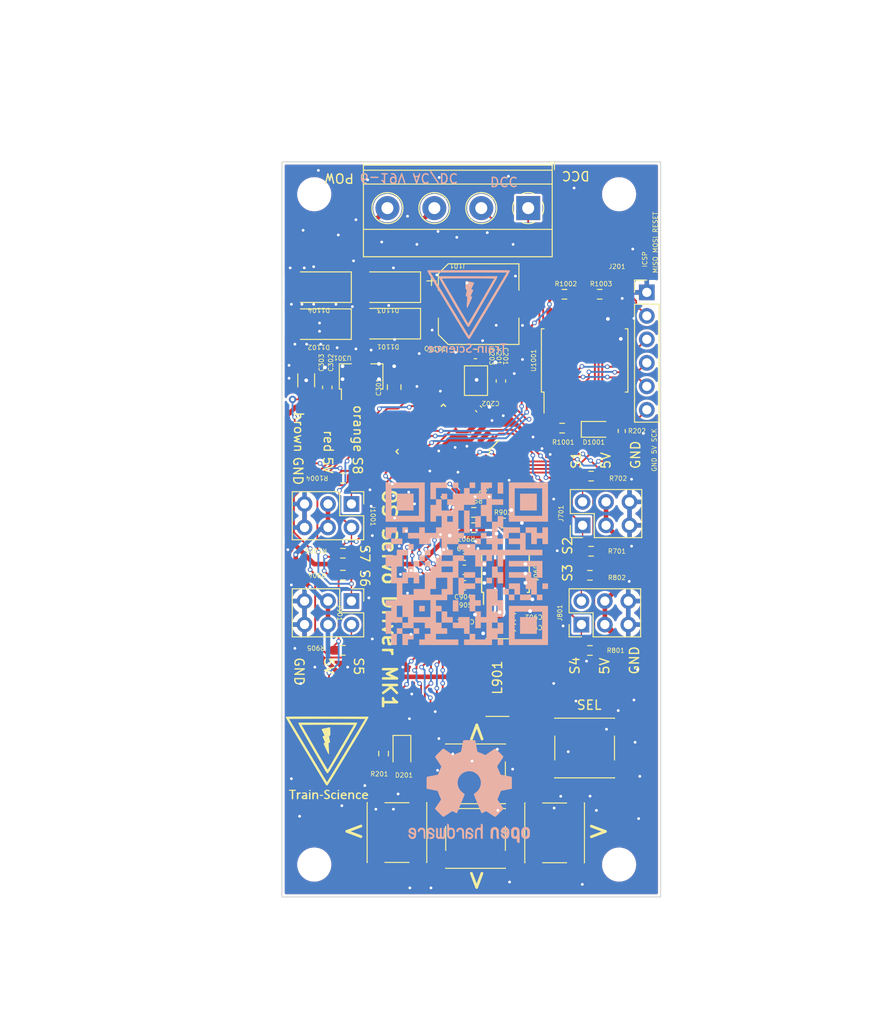
<source format=kicad_pcb>
(kicad_pcb (version 20221018) (generator pcbnew)
  (layers (0 "F.Cu" signal) (31 "B.Cu" signal) (34 "B.Paste" user) (35 "F.Paste" user) (36 "B.SilkS" user "B.Silkscreen") (37 "F.SilkS" user "F.Silkscreen") (38 "B.Mask" user) (39 "F.Mask" user) (44 "Edge.Cuts" user))
  (net 0 "")
  (net 1 "GND")
  (net 2 "Net-(D201-A)")
  (net 4 "Net-(U901-BS)")
  (net 5 "Net-(U901-SW)")
  (net 6 "Net-(U901-FB)")
  (net 9 "Net-(D1001-K)")
  (net 10 "+5V")
  (net 11 "Net-(U1001-EN)")
  (net 13 "/atmega/X1")
  (net 14 "/atmega/X2")
  (net 15 "VCC")
  (net 16 "+5VA")
  (net 17 "/atmega/LED")
  (net 18 "/DCC/DCC_B")
  (net 19 "/D_bridge/AC_1")
  (net 20 "/D_bridge/AC_2")
  (net 21 "/DCC/DCC_A")
  (net 22 "/atmega/reset")
  (net 23 "/DCC/DCC_TTL")
  (net 24 "/atmega/sw1")
  (net 25 "/atmega/sw2")
  (net 26 "/atmega/sw3")
  (net 27 "/atmega/sw4")
  (net 28 "/atmega/sw5")
  (net 29 "/atmega/MOSI")
  (net 30 "/atmega/MISO")
  (net 31 "/atmega/bus2.pin1")
  (net 32 "/atmega/bus2.pin2")
  (net 33 "/atmega/bus3.pin1")
  (net 34 "/atmega/bus3.pin2")
  (net 36 "/atmega/bus4.pin1")
  (net 37 "/atmega/bus4.pin2")
  (net 42 "/atmega/bus1.pin1")
  (net 43 "/atmega/bus1.pin2")
  (footprint "Connector_PinHeader_2.54mm:PinHeader_2x03_P2.54mm_Vertical" (layer "F.Cu") (at 132.92 146.54 90)
    (fp_text reference "J801")
    (fp_text value "Conn_02x03_Odd_Even")
  )
  (footprint "Package_TO_SOT_SMD:SOT-89-3" (layer "F.Cu") (at 109.071 119.701 90)
    (fp_text reference "U301")
    (fp_text value "L78L05_SOT89")
  )
  (footprint "custom_kicad_lib_sk:R_0603_smalltext" (layer "F.Cu") (at 131.088 110.82)
    (fp_text reference "R1002")
    (fp_text value "10k")
  )
  (footprint "Package_SO:TI_SO-PowerPAD-8" (layer "F.Cu") (at 124.6985 140.9835 90)
    (fp_text reference "U901")
    (fp_text value "MT2499A")
  )
  (footprint "custom_kicad_lib_sk:R_0603_smalltext" (layer "F.Cu") (at 130.834 125.298)
    (fp_text reference "R1001")
    (fp_text value "1k")
  )
  (footprint "Capacitor_SMD:C_0603_1608Metric" (layer "F.Cu") (at 120.2535 140.62)
    (fp_text reference "C904")
    (fp_text value "22uF")
  )
  (footprint "LED_SMD:LED_0805_2012Metric_Pad1.15x1.40mm_HandSolder" (layer "F.Cu") (at 113.491 160.3895 -90)
    (fp_text reference "D201")
    (fp_text value "LED")
  )
  (footprint "custom_kicad_lib_sk:tactile_SMD_6mm" (layer "F.Cu") (at 121.459527 162.685805)
    (fp_text reference "SW602" hide)
    (fp_text value "SW_Push")
  )
  (footprint "Capacitor_SMD:C_0402_1005Metric" (layer "F.Cu") (at 121.784106 123.207411 -45)
    (fp_text reference "C202")
    (fp_text value "100nF")
  )
  (footprint "MountingHole:MountingHole_3.2mm_M3" (layer "F.Cu") (at 104 172.5 180)
    (fp_text reference "REF**" hide)
    (fp_text value "MountingHole_3.2mm_M3")
  )
  (footprint "custom_kicad_lib_sk:R_0603_smalltext" (layer "F.Cu") (at 133.97 130.4835)
    (fp_text reference "R702")
    (fp_text value "10k")
  )
  (footprint "MountingHole:MountingHole_3.2mm_M3" (layer "F.Cu") (at 137 172.5 180)
    (fp_text reference "REF**" hide)
    (fp_text value "MountingHole_3.2mm_M3")
  )
  (footprint "Capacitor_SMD:CP_Elec_8x10.5" (layer "F.Cu") (at 121.793 111.887)
    (fp_text reference "C1101")
    (fp_text value "1000uF")
  )
  (footprint "custom_kicad_lib_sk:Train-Science logo small" (layer "F.Cu") (at 105.459 161.05)
    (fp_text reference "G***" hide)
    (fp_text value "LOGO" hide)
  )
  (footprint "Connector_PinHeader_2.54mm:PinHeader_2x03_P2.54mm_Vertical" (layer "F.Cu") (at 108.025 133.5 -90)
    (fp_text reference "J1001")
    (fp_text value "Conn_02x03_Odd_Even")
  )
  (footprint "Connector_PinHeader_2.54mm:PinHeader_2x03_P2.54mm_Vertical" (layer "F.Cu") (at 133.047 135.809 90)
    (fp_text reference "J701")
    (fp_text value "Conn_02x03_Odd_Even")
  )
  (footprint "custom_kicad_lib_sk:tactile_SMD_6mm" (layer "F.Cu") (at 112.950527 169.035805 90)
    (fp_text reference "SW601" hide)
    (fp_text value "SW_Push")
  )
  (footprint "Resistor_SMD:R_0603_1608Metric" (layer "F.Cu") (at 121.2695 136.063 180)
    (fp_text reference "R903")
    (fp_text value "150k")
  )
  (footprint "Resistor_SMD:R_0402_1005Metric_Pad0.72x0.64mm_HandSolder" (layer "F.Cu") (at 137.287 125.603 -90)
    (fp_text reference "R202")
    (fp_text value "10k")
  )
  (footprint "Capacitor_SMD:C_0805_2012Metric" (layer "F.Cu") (at 112.649 120.8625 90)
    (fp_text reference "C301")
    (fp_text value "470nF")
  )
  (footprint "custom_kicad_lib_sk:tactile_SMD_6mm" (layer "F.Cu") (at 133.270527 159.891805)
    (fp_text reference "SW605" hide)
    (fp_text value "SW_Push")
  )
  (footprint "Connector_PinHeader_2.54mm:PinHeader_2x03_P2.54mm_Vertical" (layer "F.Cu") (at 108.025 144 -90)
    (fp_text reference "J901")
    (fp_text value "Conn_02x03_Odd_Even")
  )
  (footprint "Capacitor_SMD:C_0603_1608Metric" (layer "F.Cu") (at 124.206695 120.201 -90)
    (fp_text reference "C201")
    (fp_text value "12pF")
  )
  (footprint "Package_SO:SOP-8_6.62x9.15mm_P2.54mm" (layer "F.Cu") (at 133.27 117.975 90)
    (fp_text reference "U1001")
    (fp_text value "6N137")
  )
  (footprint "Connector_PinHeader_2.54mm:PinHeader_1x06_P2.54mm_Vertical" (layer "F.Cu") (at 140 110.615805)
    (fp_text reference "J201")
    (fp_text value "ICSP")
  )
  (footprint "Resistor_SMD:R_0603_1608Metric" (layer "F.Cu") (at 121.2695 134.412)
    (fp_text reference "R901")
    (fp_text value "220k")
  )
  (footprint "custom_kicad_lib_sk:R_0603_smalltext" (layer "F.Cu") (at 107.102 149.3255 180)
    (fp_text reference "R905")
    (fp_text value "10k")
  )
  (footprint "custom_kicad_lib_sk:R_0603_smalltext" (layer "F.Cu") (at 134.898 110.82)
    (fp_text reference "R1003")
    (fp_text value "10k")
  )
  (footprint "Capacitor_SMD:C_0603_1608Metric" (layer "F.Cu") (at 123.0475 146.223 180)
    (fp_text reference "C901")
    (fp_text value "22uF")
  )
  (footprint "Capacitor_SMD:C_0603_1608Metric" (layer "F.Cu") (at 121.444695 117.28 180)
    (fp_text reference "C203")
    (fp_text value "12pF")
  )
  (footprint "Package_QFP:TQFP-32_7x7mm_P0.8mm" (layer "F.Cu") (at 117.974695 127.831 -135)
    (fp_text reference "U202")
    (fp_text value "ATmega328-A")
  )
  (footprint "Diode_SMD:D_SMA" (layer "F.Cu") (at 104.5 110.05 180)
    (fp_text reference "D1104")
    (fp_text value "SS53")
  )
  (footprint "Diode_SMD:D_SMA" (layer "F.Cu") (at 112 114 180)
    (fp_text reference "D1101")
    (fp_text value "SS53")
  )
  (footprint "Capacitor_SMD:C_0603_1608Metric_Pad1.08x0.95mm_HandSolder" (layer "F.Cu") (at 105.412 120.889 90)
    (fp_text reference "C302")
    (fp_text value "100nF")
  )
  (footprint "Capacitor_SMD:C_0603_1608Metric" (layer "F.Cu") (at 120.2535 142.286)
    (fp_text reference "C905")
    (fp_text value "22uF")
  )
  (footprint "custom_kicad_lib_sk:R_0603_smalltext" (layer "F.Cu") (at 107.102 141.1975 180)
    (fp_text reference "R904")
    (fp_text value "10k")
  )
  (footprint "custom_kicad_lib_sk:tactile_SMD_6mm" (layer "F.Cu") (at 121.459527 169.670805)
    (fp_text reference "SW603" hide)
    (fp_text value "SW_Push")
  )
  (footprint "MountingHole:MountingHole_3.2mm_M3" (layer "F.Cu") (at 137 100 180)
    (fp_text reference "REF**" hide)
    (fp_text value "MountingHole_3.2mm_M3")
  )
  (footprint "custom_kicad_lib_sk:R_0603_smalltext" (layer "F.Cu") (at 133.97 138.6115)
    (fp_text reference "R701")
    (fp_text value "10k")
  )
  (footprint "custom_kicad_lib_sk:crystal_arduino" (layer "F.Cu") (at 121.285695 120.108 90)
    (fp_text reference "Y201")
    (fp_text value "Crystal_GND2")
  )
  (footprint "Diode_SMD:D_SOD-323" (layer "F.Cu") (at 134.517 125.425)
    (fp_text reference "D1001")
    (fp_text value "1N4148WS")
  )
  (footprint "Diode_SMD:D_SMA" (layer "F.Cu") (at 112 110.05 180)
    (fp_text reference "D1103")
    (fp_text value "SS53")
  )
  (footprint "custom_kicad_lib_sk:R_0603_smalltext" (layer "F.Cu") (at 133.843 141.2145)
    (fp_text reference "R802")
    (fp_text value "10k")
  )
  (footprint "TerminalBlock_Phoenix:TerminalBlock_Phoenix_MKDS-1,5-4-5.08_1x04_P5.08mm_Horizontal" (layer "F.Cu") (at 127.16 101.5 180)
    (fp_text reference "J101")
    (fp_text value "Screw_Terminal_01x04")
  )
  (footprint "Capacitor_SMD:C_1206_3216Metric_Pad1.33x1.80mm_HandSolder" (layer "F.Cu") (at 103.126 120.127 90)
    (fp_text reference "C303")
    (fp_text value "100uF")
  )
  (footprint "MountingHole:MountingHole_3.2mm_M3" (layer "F.Cu") (at 104 100 180)
    (fp_text reference "REF**" hide)
    (fp_text value "MountingHole_3.2mm_M3")
  )
  (footprint "custom_kicad_lib_sk:R_0603_smalltext" (layer "F.Cu") (at 107.102 130.6975 180)
    (fp_text reference "R1004")
    (fp_text value "10k")
  )
  (footprint "Capacitor_SMD:C_0402_1005Metric" (layer "F.Cu") (at 125.6865 145.715)
    (fp_text reference "C902")
    (fp_text value "100nF")
  )
  (footprint "Capacitor_SMD:C_0402_1005Metric" (layer "F.Cu") (at 125.6865 146.858)
    (fp_text reference "C903")
    (fp_text value "22nF")
  )
  (footprint "Inductor_SMD:L_Bourns-SRN8040_8x8.15mm" (layer "F.Cu") (at 123.825 152.273 180)
    (fp_text reference "L901")
    (fp_text value "L")
  )
  (footprint "Capacitor_SMD:C_0402_1005Metric" (layer "F.Cu") (at 120.2555 139.238)
    (fp_text reference "C906")
    (fp_text value "100nF")
  )
  (footprint "Resistor_SMD:R_0603_1608Metric" (layer "F.Cu") (at 124.4445 135.555)
    (fp_text reference "R902")
    (fp_text value "20k")
  )
  (footprint "custom_kicad_lib_sk:R_0603_smalltext" (layer "F.Cu") (at 133.843 149.3425)
    (fp_text reference "R801")
    (fp_text value "10k")
  )
  (footprint "Diode_SMD:D_SMA" (layer "F.Cu") (at 104.5 114.05 180)
    (fp_text reference "D1102")
    (fp_text value "SS53")
  )
  (footprint "custom_kicad_lib_sk:R_0603_smalltext" (layer "F.Cu") (at 107.102 138.8255 180)
    (fp_text reference "R1005")
    (fp_text value "10k")
  )
  (footprint "Resistor_SMD:R_0603_1608Metric_Pad0.98x0.95mm_HandSolder" (layer "F.Cu") (at 111.5 160.5 -90)
    (fp_text reference "R201")
    (fp_text value "6k2")
  )
  (footprint "custom_kicad_lib_sk:tactile_SMD_6mm" (layer "F.Cu") (at 130.020527 169.067805 90)
    (fp_text reference "SW604" hide)
    (fp_text value "SW_Push")
  )
  (footprint "Symbol:OSHW-Logo2_14.6x12mm_SilkScreen" (layer "B.Cu") (at 120.777 164.592 180)
    (fp_text reference "REF**" hide)
    (fp_text value "OSHW-Logo2_14.6x12mm_SilkScreen" hide)
  )
  (footprint "custom_kicad_lib_sk:Train-Science logo small" (layer "B.Cu") (at 120.65 112.776 180)
    (fp_text reference "G***" hide)
    (fp_text value "LOGO" hide)
  )
  (footprint "custom_kicad_lib_sk:servoDriverQR" (layer "B.Cu") (at 120.523 139.954 180)
    (fp_text reference "G***" hide)
    (fp_text value "LOGO" hide)
  )
  (gr_rect (start 100.5 96.5) (end 141.5 176) (stroke (width 0.1)) (fill none) (layer "Edge.Cuts"))
  (gr_text "6-19V AC/DC" (at 108.839 97.663 180) (layer "B.SilkS") (effects (font (size 1 1)) (justify left bottom mirror)))
  (gr_text "DCC" (at 122.936 98.044 180) (layer "B.SilkS") (effects (font (size 1 1)) (justify left bottom mirror)))
  (gr_text "S5\n\n5V\n\nGND" (at 101.776 150.001 -90) (layer "F.SilkS") (effects (font (size 1 1)) (justify left bottom)))
  (gr_text "orange\n\nred\n\nbrown" (at 101.727 128.016 270) (layer "F.SilkS") (effects (font (size 1 1)) (justify right bottom)))
  (gr_text "<" (at 106.854527 169.924805) (layer "F.SilkS") (effects (font (size 2 2) (thickness 0.3)) (justify left bottom)))
  (gr_text "MISO MOSI RESET" (at 141.224 108.585 90) (layer "F.SilkS") (effects (font (size 0.5 0.5) (thickness 0.075)) (justify left bottom)))
  (gr_text "DCC" (at 133.907 97.423 180) (layer "F.SilkS") (effects (font (size 1 1)) (justify left bottom)))
  (gr_text "S3\n" (at 132.002 142 90) (layer "F.SilkS") (effects (font (size 1 1)) (justify left bottom)))
  (gr_text "S2" (at 132.002 139.079 90) (layer "F.SilkS") (effects (font (size 1 1)) (justify left bottom)))
  (gr_text "OS Servo Driver MK1" (at 111.252 155.829 -90) (layer "F.SilkS") (effects (font (size 1.5 1.5) (thickness 0.275) bold) (justify right bottom)))
  (gr_text "S6" (at 108.888 140.476 -90) (layer "F.SilkS") (effects (font (size 1 1)) (justify left bottom)))
  (gr_text "ICSP" (at 140.081 107.95 90) (layer "F.SilkS") (effects (font (size 0.5 0.5) (thickness 0.075)) (justify left bottom)))
  (gr_text "S4\n\n5V\n\nGND" (at 139.241 152.033 90) (layer "F.SilkS") (effects (font (size 1 1)) (justify left bottom)))
  (gr_text "<" (at 136.191527 167.892805 180) (layer "F.SilkS") (effects (font (size 2 2) (thickness 0.3)) (justify left bottom)))
  (gr_text "SEL" (at 132.334 155.829) (layer "F.SilkS") (effects (font (size 1 1)) (justify left bottom)))
  (gr_text "GND 5V SCK " (at 141.097 130.048 90) (layer "F.SilkS") (effects (font (size 0.5 0.5) (thickness 0.075)) (justify left bottom)))
  (gr_text "S7" (at 108.888 137.809 -90) (layer "F.SilkS") (effects (font (size 1 1)) (justify left bottom)))
  (gr_text "<" (at 122.602527 175.639805 90) (layer "F.SilkS") (effects (font (size 2 2) (thickness 0.3)) (justify left bottom)))
  (gr_text "POW" (at 108.38 97.677 180) (layer "F.SilkS") (effects (font (size 1 1)) (justify left bottom)))
  (gr_text "S8\n\n5V\n\nGND" (at 101.649 128.3 -90) (layer "F.SilkS") (effects (font (size 1 1)) (justify left bottom)))
  (gr_text "S1\n\n5V\n\nGND" (at 139.368 129.808 90) (layer "F.SilkS") (effects (font (size 1 1)) (justify left bottom)))
  (gr_text "<" (at 120.570527 156.716805 -90) (layer "F.SilkS") (effects (font (size 2 2) (thickness 0.3)) (justify left bottom)))
  (segment (start 126.4765 135.555) (end 126.4515 135.53) (width 1) (layer "F.Cu") (net 1))
  (segment (start 122.4125 142.032) (end 121.2825 142.032) (width 1) (layer "F.Cu") (net 1))
  (segment (start 122.823695 119.426) (end 122.455695 119.058) (width 0.25) (layer "F.Cu") (net 1))
  (segment (start 126.8575 142.032) (end 122.4125 142.032) (width 1) (layer "F.Cu") (net 1))
  (segment (start 121.2825 142.032) (end 121.0285 142.286) (width 1) (layer "F.Cu") (net 1))
  (segment (start 121.571695 120.074) (end 121.571695 119.942) (width 0.25) (layer "F.Cu") (net 1))
  (segment (start 126.8575 140) (end 122.4125 140) (width 1) (layer "F.Cu") (net 1))
  (segment (start 121.571695 119.942) (end 122.455695 119.058) (width 0.25) (layer "F.Cu") (net 1))
  (segment (start 122.2855 146.236) (end 122.2725 146.223) (width 0.7) (layer "F.Cu") (net 1))
  (segment (start 120.8255 139.238) (end 121.5875 140) (width 1) (layer "F.Cu") (net 1))
  (segment (start 126.6035 143.7635) (end 126.6035 142.286) (width 1) (layer "F.Cu") (net 1))
  (segment (start 122.4125 141.016) (end 121.4245 141.016) (width 1) (layer "F.Cu") (net 1))
  (segment (start 120.697056 124.542953) (end 121.693187 123.546822) (width 0.2) (layer "F.Cu") (net 1))
  (segment (start 124.206695 119.426) (end 122.823695 119.426) (width 0.25) (layer "F.Cu") (net 1))
  (segment (start 125.2695 134.222) (end 125.3335 134.158) (width 0.7) (layer "F.Cu") (net 1))
  (segment (start 121.5875 140) (end 122.4125 140) (width 1) (layer "F.Cu") (net 1))
  (segment (start 122.4125 141.016) (end 126.8575 141.016) (width 1) (layer "F.Cu") (net 1))
  (segment (start 122.219695 117.28) (end 122.219695 118.822) (width 0.25) (layer "F.Cu") (net 1))
  (segment (start 120.8255 141.397) (end 120.8255 139.238) (width 1) (layer "F.Cu") (net 1))
  (segment (start 121.0285 142.286) (end 120.8255 142.083) (width 1) (layer "F.Cu") (net 1))
  (segment (start 121.4245 141.016) (end 121.0285 140.62) (width 1) (layer "F.Cu") (net 1))
  (segment (start 120.8255 142.083) (end 120.8255 141.397) (width 1) (layer "F.Cu") (net 1))
  (segment (start 126.6035 142.286) (end 126.8575 142.032) (width 1) (layer "F.Cu") (net 1))
  (segment (start 120.555695 121.258) (end 120.555695 120.958) (width 0.25) (layer "F.Cu") (net 1))
  (segment (start 121.693187 123.546822) (end 122.123517 123.546822) (width 0.2) (layer "F.Cu") (net 1))
  (segment (start 120.8255 144.776) (end 120.8255 141.397) (width 0.7) (layer "F.Cu") (net 1))
  (segment (start 122.2725 146.223) (end 120.8255 144.776) (width 0.7) (layer "F.Cu") (net 1))
  (segment (start 121.439695 120.074) (end 121.571695 120.074) (width 0.25) (layer "F.Cu") (net 1))
  (segment (start 120.555695 120.958) (end 121.439695 120.074) (width 0.25) (layer "F.Cu") (net 1))
  (segment (start 125.2695 135.555) (end 125.2695 134.222) (width 0.7) (layer "F.Cu") (net 1))
  (segment (start 122.219695 118.822) (end 122.455695 119.058) (width 0.25) (layer "F.Cu") (net 1))
  (segment (start 126.4515 135.53) (end 125.2695 135.53) (width 1) (layer "F.Cu") (net 1))
  (segment (start 122.2855 147.493) (end 122.2855 146.236) (width 0.7) (layer "F.Cu") (net 1))
  (via (at 102.919 107.964) (size 0.5) (drill 0.3) (layers "F.Cu" "B.Cu") (net 1))
  (via (at 122.2855 147.493) (size 0.8) (drill 0.4) (layers "F.Cu" "B.Cu") (net 1))
  (via (at 119.556 130.062) (size 0.5) (drill 0.3) (layers "F.Cu" "B.Cu") (net 1))
  (via (at 110.285 136.92) (size 0.5) (drill 0.3) (layers "F.Cu" "B.Cu") (net 1))
  (via (at 116.635 175.02) (size 0.5) (drill 0.3) (layers "F.Cu" "B.Cu") (net 1))
  (via (at 126.8575 142.032) (size 0.8) (drill 0.4) (layers "F.Cu" "B.Cu") (net 1))
  (via (at 122.223 115.838) (size 0.5) (drill 0.3) (layers "F.Cu" "B.Cu") (net 1))
  (via (at 106.475 116.6) (size 0.5) (drill 0.3) (layers "F.Cu" "B.Cu") (net 1))
  (via (at 113.968 136.412) (size 0.5) (drill 0.3) (layers "F.Cu" "B.Cu") (net 1))
  (via (at 125.525 105.424) (size 0.5) (drill 0.3) (layers "F.Cu" "B.Cu") (net 1))
  (via (at 103.935 111.901) (size 0.5) (drill 0.3) (layers "F.Cu" "B.Cu") (net 1))
  (via (at 110.158 133.745) (size 0.5) (drill 0.3) (layers "F.Cu" "B.Cu") (net 1))
  (via (at 111.301 105.17) (size 0.5) (drill 0.3) (layers "F.Cu" "B.Cu") (net 1))
  (via (at 117.651 121.299) (size 0.5) (drill 0.3) (layers "F.Cu" "B.Cu") (net 1))
  (via (at 129.921 152.908) (size 0.5) (drill 0.3) (layers "F.Cu" "B.Cu") (net 1))
  (via (at 108.126 112.155) (size 0.5) (drill 0.3) (layers "F.Cu" "B.Cu") (net 1))
  (via (at 104.57 113.933) (size 0.5) (drill 0.3) (layers "F.Cu" "B.Cu") (net 1))
  (via (at 120.699 138.063) (size 0.5) (drill 0.3) (layers "F.Cu" "B.Cu") (net 1))
  (via (at 103.935 107.837) (size 0.5) (drill 0.3) (layers "F.Cu" "B.Cu") (net 1))
  (via (at 101.141 138.444) (size 0.5) (drill 0.3) (layers "F.Cu" "B.Cu") (net 1))
  (via (at 105.158 118.73) (size 0.8) (drill 0.4) (layers "F.Cu" "B.Cu") (net 1))
  (via (at 119.302 117.108) (size 0.5) (drill 0.3) (layers "F.Cu" "B.Cu") (net 1))
  (via (at 138.987 151.398) (size 0.5) (drill 0.3) (layers "F.Cu" "B.Cu") (net 1))
  (via (at 106.602 104.408) (size 0.5) (drill 0.3) (layers "F.Cu" "B.Cu") (net 1))
  (via (at 117.397 104.027) (size 0.5) (drill 0.3) (layers "F.Cu" "B.Cu") (net 1))
  (via (at 108.253 107.202) (size 0.5) (drill 0.3) (layers "F.Cu" "B.Cu") (net 1))
  (via (at 112.063 112.028) (size 0.5) (drill 0.3) (layers "F.Cu" "B.Cu") (net 1))
  (via (at 113.206 138.063) (size 0.5) (drill 0.3) (layers "F.Cu" "B.Cu") (net 1))
  (via (at 110.666 166.511) (size 0.5) (drill 0.3) (layers "F.Cu" "B.Cu") (net 1))
  (via (at 137.336 111.266) (size 0.5) (drill 0.3) (layers "F.Cu" "B.Cu") (net 1))
  (via (at 113.333 141.111) (size 0.5) (drill 0.3) (layers "F.Cu" "B.Cu") (net 1))
  (via (at 112.571 132.602) (size 0.5) (drill 0.3) (layers "F.Cu" "B.Cu") (net 1))
  (via (at 120.523 127.254) (size 0.5) (drill 0.3) (layers "F.Cu" "B.Cu") (net 1))
  (via (at 125.017 98.058) (size 0.5) (drill 0.3) (layers "F.Cu" "B.Cu") (net 1))
  (via (at 104.57 114.822) (size 0.5) (drill 0.3) (layers "F.Cu" "B.Cu") (net 1))
  (via (at 138.606 113.425) (size 0.5) (drill 0.3) (layers "F.Cu" "B.Cu") (net 1))
  (via (at 123.239 124.474) (size 0.5) (drill 0.3) (layers "F.Cu" "B.Cu") (net 1))
  (via (at 104.062 151.144) (size 0.5) (drill 0.3) (layers "F.Cu" "B.Cu") (net 1))
  (via (at 129.54 128.143) (size 0.5) (drill 0.3) (layers "F.Cu" "B.Cu") (net 1))
  (via (at 138.606 154.7) (size 0.5) (drill 0.3) (layers "F.Cu" "B.Cu") (net 1))
  (via (at 123.698 114.173) (size 0.5) (drill 0.3) (layers "F.Cu" "B.Cu") (net 1))
  (via (at 106.348 111.901) (size 0.5) (drill 0.3) (layers "F.Cu" "B.Cu") (net 1))
  (via (at 127.3655 145.08) (size 0.8) (drill 0.4) (layers "F.Cu" "B.Cu") (net 1))
  (via (at 109.396 140.984) (size 0.5) (drill 0.3) (layers "F.Cu" "B.Cu") (net 1))
  (via (at 101.903 149.112) (size 0.5) (drill 0.3) (layers "F.Cu" "B.Cu") (net 1))
  (via (at 110.285 148.096) (size 0.5) (drill 0.3) (layers "F.Cu" "B.Cu") (net 1))
  (via (at 109.777 98.439) (size 0.5) (drill 0.3) (layers "F.Cu" "B.Cu") (net 1))
  (via (at 114.476 147.588) (size 0.5) (drill 0.3) (layers "F.Cu" "B.Cu") (net 1))
  (via (at 133.477 150.495) (size 0.5) (drill 0.3) (layers "F.Cu" "B.Cu") (net 1))
  (via (at 120.523 109.601) (size 0.5) (drill 0.3) (layers "F.Cu" "B.Cu") (net 1))
  (via (at 123.874 166.638) (size 0.5) (drill 0.3) (layers "F.Cu" "B.Cu") (net 1))
  (via (at 112.571 166.511) (size 0.5) (drill 0.3) (layers "F.Cu" "B.Cu") (net 1))
  (via (at 104.697 116.219) (size 0.5) (drill 0.3) (layers "F.Cu" "B.Cu") (net 1))
  (via (at 134.542 166.638) (size 0.5) (drill 0.3) (layers "F.Cu" "B.Cu") (net 1))
  (via (at 125.652 119.394) (size 0.5) (drill 0.3) (layers "F.Cu" "B.Cu") (net 1))
  (via (at 107.063 118.603) (size 0.8) (drill 0.4) (layers "F.Cu" "B.Cu") (net 1))
  (via (at 121.715 138.317) (size 0.5) (drill 0.3) (layers "F.Cu" "B.Cu") (net 1))
  (via (at 110.031 131.967) (size 0.5) (drill 0.3) (layers "F.Cu" "B.Cu") (net 1))
  (via (at 129.97 166.384) (size 0.5) (drill 0.3) (layers "F.Cu" "B.Cu") (net 1))
  (via (at 101.522 142.254) (size 0.5) (drill 0.3) (layers "F.Cu" "B.Cu") (net 1))
  (via (at 126.4765 135.555) (size 0.8) (drill 0.4) (layers "F.Cu" "B.Cu") (net 1))
  (via (at 127.684 126.252) (size 0.5) (drill 0.3) (layers "F.Cu" "B.Cu") (net 1))
  (via (at 117.475 127.762) (size 0.5) (drill 0.3) (layers "F.Cu" "B.Cu") (net 1))
  (via (at 104.443 97.423) (size 0.5) (drill 0.3) (layers "F.Cu" "B.Cu") (net 1))
  (via (at 109.65 138.444) (size 0.5) (drill 0.3) (layers "F.Cu" "B.Cu") (net 1))
  (via (at 136.906 155.843) (size 0.5) (drill 0.3) (layers "F.Cu" "B.Cu") (net 1))
  (via (at 113.587 151.144) (size 0.5) (drill 0.3) (layers "F.Cu" "B.Cu") (net 1))
  (via (at 101.903 116.219) (size 0.5) (drill 0.3) (layers "F.Cu" "B.Cu") (net 1))
  (via (at 135.636 157.861) (size 0.5) (drill 0.3) (layers "F.Cu" "B.Cu") (net 1))
  (via (at 126.541 114.187) (size 0.5) (drill 0.3) (layers "F.Cu" "B.Cu") (net 1))
  (via (at 133.858 165.1) (size 0.5) (drill 0.3) (layers "F.Cu" "B.Cu") (net 1))
  (via (at 114.222 132.221) (size 0.5) (drill 0.3) (layers "F.Cu" "B.Cu") (net 1))
  (via (at 112.651 118.603) (size 0.8) (drill 0.4) (layers "F.Cu" "B.Cu") (net 1))
  (via (at 107.618 151.144) (size 0.5) (drill 0.3) (layers "F.Cu" "B.Cu") (net 1))
  (via (at 121.461 137.555) (size 0.5) (drill 0.3) (layers "F.Cu" "B.Cu") (net 1))
  (via (at 137.184 115.646) (size 0.8) (drill 0.4) (layers "F.Cu" "B.Cu") (net 1))
  (via (at 101.522 111.901) (size 0.5) (drill 0.3) (layers "F.Cu" "B.Cu") (net 1))
  (via (at 101.395 107.964) (size 0.5) (drill 0.3) (layers "F.Cu" "B.Cu") (net 1))
  (via (at 116.508 129.935) (size 0.5) (drill 0.3) (layers "F.Cu" "B.Cu") (net 1))
  (via (at 108.507 116.727) (size 0.5) (drill 0.3) (layers "F.Cu" "B.Cu") (net 1))
  (via (at 103.126 120.127) (size 0.8) (drill 0.4) (layers "F.Cu" "B.Cu") (net 1))
  (via (at 122.4125 142.032) (size 0.8) (drill 0.4) (layers "F.Cu" "B.Cu") (net 1))
  (via (at 108.507 102.757) (size 0.5) (drill 0.3) (layers "F.Cu" "B.Cu") (net 1))
  (via (at 128.651 127.508) (size 0.5) (drill 0.3) (layers "F.Cu" "B.Cu") (net 1))
  (via (at 126.8575 140) (size 0.8) (drill 0.4) (layers "F.Cu" "B.Cu") (net 1))
  (via (at 138.479 105.932) (size 0.5) (drill 0.3) (layers "F.Cu" "B.Cu") (net 1))
  (via (at 121.08 161.304) (size 0.5) (drill 0.3) (layers "F.Cu" "B.Cu") (net 1))
  (via (at 101.268 119.902) (size 0.5) (drill 0.3) (layers "F.Cu" "B.Cu") (net 1))
  (via (at 121.3965 145.461) (size 0.8) (drill 0.4) (layers "F.Cu" "B.Cu") (net 1))
  (via (at 125.144 174.385) (size 0.5) (drill 0.3) (layers "F.Cu" "B.Cu") (net 1))
  (via (at 118.999 160.528) (size 0.5) (drill 0.3) (layers "F.Cu" "B.Cu") (net 1))
  (via (at 102.665 111.901) (size 0.5) (drill 0.3) (layers "F.Cu" "B.Cu") (net 1))
  (via (at 112.063 138.444) (size 0.5) (drill 0.3) (layers "F.Cu" "B.Cu") (net 1))
  (via (at 112.698 135.015) (size 0.5) (drill 0.3) (layers "F.Cu" "B.Cu") (net 1))
  (via (at 139.114 167.527) (size 0.5) (drill 0.3) (layers "F.Cu" "B.Cu") (net 1))
  (via (at 129.921 132.969) (size 0.5) (drill 0.3) (layers "F.Cu" "B.Cu") (net 1))
  (via (at 117.094 155.956) (size 0.5) (drill 0.3) (layers "F.Cu" "B.Cu") (net 1))
  (via (at 123.603695 118.169) (size 0.8) (drill 0.4) (layers "F.Cu" "B.Cu") (net 1))
  (via (at 112.698 115.711) (size 0.5) (drill 0.3) (layers "F.Cu" "B.Cu") (net 1))
  (via (at 125.779 108.853) (size 0.5) (drill 0.3) (layers "F.Cu" "B.Cu") (net 1))
  (via (at 132.334 154.813) (size 0.5) (drill 0.3) (layers "F.Cu" "B.Cu") (net 1))
  (via (at 124.46 123.952) (size 0.5) (drill 0.3) (layers "F.Cu" "B.Cu") (net 1))
  (via (at 109.474 163.957) (size 0.5) (drill 0.3) (layers "F.Cu" "B.Cu") (net 1))
  (via (at 112.571 107.964) (size 0.5) (drill 0.3) (layers "F.Cu" "B.Cu") (net 1))
  (via (at 126.541 117.87) (size 0.5) (drill 0.3) (layers "F.Cu" "B.Cu") (net 1))
  (via (at 122.968695 122.995) (size 0.8) (drill 0.4) (layers "F.Cu" "B.Cu") (net 1))
  (via (at 114.095 143.143) (size 0.5) (drill 0.3) (layers "F.Cu" "B.Cu") (net 1))
  (via (at 102.411 167.273) (size 0.5) (drill 0.3) (layers "F.Cu" "B.Cu") (net 1))
  (via (at 122.4125 140) (size 0.8) (drill 0.4) (layers "F.Cu" "B.Cu") (net 1))
  (via (at 114.3 156.718) (size 0.5) (drill 0.3) (layers "F.Cu" "B.Cu") (net 1))
  (via (at 123.825 160.02) (size 0.5) (drill 0.3) (layers "F.Cu" "B.Cu") (net 1))
  (via (at 122.936 132.715) (size 0.5) (drill 0.3) (layers "F.Cu" "B.Cu") (net 1))
  (via (at 125.476 162.179) (size 0.5) (drill 0.3) (layers "F.Cu" "B.Cu") (net 1))
  (via (at 117.348 162.306) (size 0.5) (drill 0.3) (layers "F.Cu" "B.Cu") (net 1))
  (via (at 109.904 143.651) (size 0.5) (drill 0.3) (layers "F.Cu" "B.Cu") (net 1))
  (via (at 111 120) (size 0.8) (drill 0.4) (layers "F.Cu" "B.Cu") (net 1))
  (via (at 139.622 125.871) (size 0.5) (drill 0.3) (layers "F.Cu" "B.Cu") (net 1))
  (via (at 117.524 98.185) (size 0.5) (drill 0.3) (layers "F.Cu" "B.Cu") (net 1))
  (via (at 139.241 162.955) (size 0.5) (drill 0.3) (layers "F.Cu" "B.Cu") (net 1))
  (via (at 119.429 104.662) (size 0.5) (drill 0.3) (layers "F.Cu" "B.Cu") (net 1))
  (via (at 114.857 133.491) (size 0.5) (drill 0.3) (layers "F.Cu" "B.Cu") (net 1))
  (via (at 125.3335 134.158) (size 0.8) (drill 0.4) (layers "F.Cu" "B.Cu") (net 1))
  (via (at 115.365 117.235) (size 0.5) (drill 0.3) (layers "F.Cu" "B.Cu") (net 1))
  (via (at 125.095 130.937) (size 0.5) (drill 0.3) (layers "F.Cu" "B.Cu") (net 1))
  (via (at 115.111 105.424) (size 0.5) (drill 0.3) (layers "F.Cu" "B.Cu") (net 1))
  (via (at 113.079 164.86) (size 0.5) (drill 0.3) (layers "F.Cu" "B.Cu") (net 1))
  (via (at 102.792 103.9) (size 0.5) (drill 0.3) (layers "F.Cu" "B.Cu") (net 1))
  (via (at 101.268 118.505) (size 0.5) (drill 0.3) (layers "F.Cu" "B.Cu") (net 1))
  (via (at 121.412 132.715) (size 0.5) (drill 0.3) (layers "F.Cu" "B.Cu") (net 1))
  (via (at 138.733 159.272) (size 0.5) (drill 0.3) (layers "F.Cu" "B.Cu") (net 1))
  (via (at 117.27 108.726) (size 0.5) (drill 0.3) (layers "F.Cu" "B.Cu") (net 1))
  (via (at 117.489959 158.869973) (size 0.5) (drill 0.3) (layers "F.Cu" "B.Cu") (net 1))
  (via (at 121.571695 120.074) (size 0.8) (drill 0.4) (layers "F.Cu" "B.Cu") (net 1))
  (via (at 103.173 116.219) (size 0.5) (drill 0.3) (layers "F.Cu" "B.Cu") (net 1))
  (via (at 107.063 120) (size 0.8) (drill 0.4) (layers "F.Cu" "B.Cu") (net 1))
  (via (at 135.787 113.487) (size 0.8) (drill 0.4) (layers "F.Cu" "B.Cu") (net 1))
  (via (at 138.352 138.063) (size 0.5) (drill 0.3) (layers "F.Cu" "B.Cu") (net 1))
  (via (at 127.6195 143.81) (size 0.8) (drill 0.4) (layers "F.Cu" "B.Cu") (net 1))
  (via (at 130.937 146.685) (size 0.5) (drill 0.3) (layers "F.Cu" "B.Cu") (net 1))
  (via (at 138.098 141.873) (size 0.5) (drill 0.3) (layers "F.Cu" "B.Cu") (net 1))
  (via (at 122.4125 141.016) (size 0.8) (drill 0.4) (layers "F.Cu" "B.Cu") (net 1))
  (via (at 101.522 163.209) (size 0.5) (drill 0.3) (layers "F.Cu" "B.Cu") (net 1))
  (via (at 114.349 175.02) (size 0.5) (drill 0.3) (layers "F.Cu" "B.Cu") (net 1))
  (via (at 115.111 120.791) (size 0.5) (drill 0.3) (layers "F.Cu" "B.Cu") (net 1))
  (via (at 130.683 165.114) (size 0.5) (drill 0.3) (layers "F.Cu" "B.Cu") (net 1))
  (via (at 106.983 166.13) (size 0.5) (drill 0.3) (layers "F.Cu" "B.Cu") (net 1))
  (via (at 114.095 102.376) (size 0.5) (drill 0.3) (layers "F.Cu" "B.Cu") (net 1))
  (via (at 114.554 154.051) (size 0.5) (drill 0.3) (layers "F.Cu" "B.Cu") (net 1))
  (via (at 119.253 127.381) (size 0.5) (drill 0.3) (layers "F.Cu" "B.Cu") (net 1))
  (via (at 131.494 160.288) (size 0.5) (drill 0.3) (layers "F.Cu" "B.Cu") (net 1))
  (via (at 132.129 99.328) (size 0.5) (drill 0.3) (layers "F.Cu" "B.Cu") (net 1))
  (via (at 133.018 174.639) (size 0.5) (drill 0.3) (layers "F.Cu" "B.Cu") (net 1))
  (via (at 111 118.349) (size 0.8) (drill 0.4) (layers "F.Cu" "B.Cu") (net 1))
  (via (at 110.158 116.854) (size 0.5) (drill 0.3) (layers "F.Cu" "B.Cu") (net 1))
  (via (at 130.302 138.557) (size 0.5) (drill 0.3) (layers "F.Cu" "B.Cu") (net 1))
  (via (at 126.8575 141.016) (size 0.8) (drill 0.4) (layers "F.Cu" "B.Cu") (net 1))
  (via (at 102.538 152.922) (size 0.5) (drill 0.3) (layers "F.Cu" "B.Cu") (net 1))
  (via (at 116.762 114.695) (size 0.5) (drill 0.3) (layers "F.Cu" "B.Cu") (net 1))
  (via (at 122.731 104.154) (size 0.5) (drill 0.3) (layers "F.Cu" "B.Cu") (net 1))
  (via (at 138.352 130.824) (size 0.5) (drill 0.3) (layers "F.Cu" "B.Cu") (net 1))
  (segment (start 111.5 161.4125) (end 113.489 161.4125) (width 0.5) (layer "F.Cu") (net 2))
  (segment (start 125.0415 147.023) (end 123.369683 147.023) (width 0.25) (layer "F.Cu") (net 4))
  (segment (start 123.369683 147.023) (end 123.0475 146.700817) (width 0.25) (layer "F.Cu") (net 4))
  (segment (start 122.7935 143.7635) (end 122.7935 145.08) (width 0.25) (layer "F.Cu") (net 4))
  (segment (start 122.7935 145.08) (end 123.0475 145.334) (width 0.25) (layer "F.Cu") (net 4))
  (segment (start 123.0475 146.700817) (end 123.0475 145.334) (width 0.25) (layer "F.Cu") (net 4))
  (segment (start 125.2065 146.858) (end 125.2065 145.715) (width 0.25) (layer "F.Cu") (net 4))
  (segment (start 125.2065 146.858) (end 125.0415 147.023) (width 0.25) (layer "F.Cu") (net 4))
  (segment (start 126.1665 145.389193) (end 126.1665 145.715) (width 0.7) (layer "F.Cu") (net 5))
  (segment (start 126.1665 146.858) (end 126.1665 149.977) (width 0.7) (layer "F.Cu") (net 5))
  (segment (start 125.3335 144.556193) (end 126.1665 145.389193) (width 0.7) (layer "F.Cu") (net 5))
  (segment (start 125.3335 143.7635) (end 125.3335 144.556193) (width 0.7) (layer "F.Cu") (net 5))
  (segment (start 126.1665 145.715) (end 126.1665 146.858) (width 0.7) (layer "F.Cu") (net 5))
  (segment (start 122.0945 136.063) (end 123.1115 136.063) (width 0.25) (layer "F.Cu") (net 6))
  (segment (start 124.4195 136.355) (end 125.3715 136.355) (width 0.25) (layer "F.Cu") (net 6))
  (segment (start 126.6035 137.587) (end 126.6035 138.2035) (width 0.25) (layer "F.Cu") (net 6))
  (segment (start 123.1115 136.063) (end 123.6195 135.555) (width 0.25) (layer "F.Cu") (net 6))
  (segment (start 123.6195 135.555) (end 124.4195 136.355) (width 0.25) (layer "F.Cu") (net 6))
  (segment (start 122.0945 136.063) (end 122.0945 134.412) (width 0.25) (layer "F.Cu") (net 6))
  (segment (start 125.3715 136.355) (end 126.6035 137.587) (width 0.25) (layer "F.Cu") (net 6))
  (segment (start 131.8735 125.425) (end 131.7465 125.298) (width 0.25) (layer "F.Cu") (net 9))
  (segment (start 132 125.0445) (end 131.7465 125.298) (width 0.25) (layer "F.Cu") (net 9))
  (segment (start 133.467 125.425) (end 131.8735 125.425) (width 0.25) (layer "F.Cu") (net 9))
  (segment (start 132 122.5) (end 132 125.0445) (width 0.25) (layer "F.Cu") (net 9))
  (segment (start 107.571 121.651) (end 103.1645 121.651) (width 0.25) (layer "F.Cu") (net 10))
  (segment (start 127.8285 113.919) (end 127.5505 114.197) (width 0.2) (layer "F.Cu") (net 10))
  (segment (start 106.235 138.8255) (end 107.5055 137.555) (width 0.2) (layer "F.Cu") (net 10))
  (segment (start 134.7555 141.2145) (end 134.31 141.66) (width 0.2) (layer "F.Cu") (net 10))
  (segment (start 105.809 139.206) (end 106.1895 138.8255) (width 0.2) (layer "F.Cu") (net 10))
  (segment (start 134.8825 130.4835) (end 134.8825 129.7675) (width 0.2) (layer "F.Cu") (net 10))
  (segment (start 119.683 125.744) (end 119.556 125.617) (width 0.2) (layer "F.Cu") (net 10))
  (segment (start 127.5505 114.197) (end 127.5505 118.849657) (width 0.2) (layer "F.Cu") (net 10))
  (segment (start 106.1895 130.6975) (end 106.9645 129.9225) (width 0.2) (layer "F.Cu") (net 10))
  (segment (start 129.46 113.45) (end 129.46 114.272) (width 0.25) (layer "F.Cu") (net 10))
  (segment (start 124.360578 122.206578) (end 124.317078 122.250078) (width 0.2) (layer "F.Cu") (net 10))
  (segment (start 106.795736 129.753736) (end 106.795736 129.620736) (width 0.2) (layer "F.Cu") (net 10))
  (segment (start 111.555 131.332) (end 111.174 131.332) (width 0.2) (layer "F.Cu") (net 10))
  (segment (start 111.5 131.658) (end 111.5 134.5875) (width 0.2) (layer "F.Cu") (net 10))
  (segment (start 106.1895 141.1975) (end 105.5455 141.1975) (width 0.2) (layer "F.Cu") (net 10))
  (segment (start 134.31 141.66) (end 134.31 148.897) (width 0.2) (layer "F.Cu") (net 10))
  (segment (start 119.556 125.617) (end 119.302 125.363) (width 0.2) (layer "F.Cu") (net 10))
  (segment (start 134.31 148.897) (end 134.7555 149.3425) (width 0.2) (layer "F.Cu") (net 10))
  (segment (start 114.440134 128.537134) (end 113.555278 129.42199) (width 0.2) (layer "F.Cu") (net 10))
  (segment (start 124.317078 122.250078) (end 124.317078 122.506922) (width 0.2) (layer "F.Cu") (net 10))
  (segment (start 119.302 125.617) (end 119.048 125.617) (width 0.2) (layer "F.Cu") (net 10))
  (segment (start 132.049429 115.265) (end 132.65 114.664429) (width 0.25) (layer "F.Cu") (net 10))
  (segment (start 119.683 125.744) (end 119.429 125.744) (width 0.2) (layer "F.Cu") (net 10))
  (segment (start 130.406944 128.085944) (end 127.557 125.236) (width 0.2) (layer "F.Cu") (net 10))
  (segment (start 106.635 141.643) (end 106.635 148.35) (width 0.2) (layer "F.Cu") (net 10))
  (segment (start 108.5445 137.5175) (end 111.4745 134.5875) (width 0.2) (layer "F.Cu") (net 10))
  (segment (start 127.5505 118.849657) (end 124.360578 122.039578) (width 0.2) (layer "F.Cu") (net 10))
  (segment (start 130.453 115.265) (end 132.049429 115.265) (width 0.25) (layer "F.Cu") (net 10))
  (segment (start 119.429 125.744) (end 119.302 125.617) (width 0.2) (layer "F.Cu") (net 10))
  (segment (start 133.073944 128.085944) (end 130.406944 128.085944) (width 0.2) (layer "F.Cu") (net 10))
  (segment (start 137.287 128.079) (end 134.8825 130.4835) (width 0.2) (layer "F.Cu") (net 10))
  (segment (start 119.048 125.617) (end 118.731 125.617) (width 0.2) (layer "F.Cu") (net 10))
  (segment (start 105.5455 141.1975) (end 105.078 140.73) (width 0.2) (layer "F.Cu") (net 10))
  (segment (start 120.335427 123.977268) (end 121.444695 122.868) (width 0.25) (layer "F.Cu") (net 10))
  (segment (start 134.197 131.169) (end 134.8825 130.4835) (width 0.2) (layer "F.Cu") (net 10))
  (segment (start 111.600134 131.377134) (end 111.555 131.332) (width 0.2) (layer "F.Cu") (net 10))
  (segment (start 106.9645 129.9225) (end 109.7645 129.9225) (width 0.2) (layer "F.Cu") (net 10))
  (segment (start 122.017695 122.295) (end 124.105157 122.295) (width 0.2) (layer "F.Cu") (net 10))
  (segment (start 119.302 125.363) (end 119.302 124.806639) (width 0.2) (layer "F.Cu") (net 10))
  (segment (start 106.1895 141.1975) (end 106.635 141.643) (width 0.2) (layer "F.Cu") (net 10))
  (segment (start 111.4745 134.5875) (end 111.5 134.5875) (width 0.2) (layer "F.Cu") (net 10))
  (segment (start 102.6275 122.188) (end 103.126 121.6895) (width 0.2) (layer "F.Cu") (net 10))
  (segment (start 113.555278 129.42199) (end 111.600134 131.377134) (width 0.2) (layer "F.Cu") (net 10))
  (segment (start 101.882122 124.107122) (end 101.882122 128.771122) (width 0.2) (layer "F.Cu") (net 10))
  (segment (start 138.85 112.005805) (end 138.85 111.545) (width 0.2) (layer "F.Cu") (net 10))
  (segment (start 127.046157 125.236) (end 124.317078 122.506922) (width 0.2) (layer "F.Cu") (net 10))
  (segment (start 129.46 111.901) (end 129.46 111.5355) (width 0.25) (layer "F.Cu") (net 10))
  (segment (start 111.5 131.477268) (end 111.5 134.5875) (width 0.2) (layer "F.Cu") (net 10))
  (segment (start 134.8825 138.6115) (end 134.197 137.926) (width 0.2) (layer "F.Cu") (net 10))
  (segment (start 134.7555 138.7385) (end 134.8825 138.6115) (width 0.2) (layer "F.Cu") (net 10))
  (segment (start 105.205 139.206) (end 105.809 139.206) (width 0.2) (layer "F.Cu") (net 10))
  (segment (start 106.9645 129.9225) (end 106.795736 129.753736) (width 0.2) (layer "F.Cu") (net 10))
  (segment (start 106.1895 148.7955) (end 106.635 148.35) (width 0.2) (layer "F.Cu") (net 10))
  (segment (start 137.287 126.2005) (end 137.287 128.079) (width 0.2) (layer "F.Cu") (net 10))
  (segment (start 129.46 113.45) (end 129.46 111.901) (width 0.25) (layer "F.Cu") (net 10))
  (segment (start 134.197 137.926) (end 134.197 131.169) (width 0.2) (layer "F.Cu") (net 10))
  (segment (start 129.46 114.272) (end 130.453 115.265) (width 0.25) (layer "F.Cu") (net 10))
  (segment (start 132.65 114.664429) (end 132.65 112.1555) (width 0.25) (layer "F.Cu") (net 10))
  (segment (start 138.85 111.545) (end 137.287 109.982) (width 0.2) (layer "F.Cu") (net 10))
  (segment (start 119.556 125.617) (end 119.302 125.617) (width 0.2) (layer "F.Cu") (net 10))
  (segment (start 119.302 125.363) (end 119.048 125.617) (width 0.2) (layer "F.Cu") (net 10))
  (segment (start 106.1895 149.3255) (end 106.1895 148.7955) (width 0.2) (layer "F.Cu") (net 10))
  (segment (start 106.1895 138.8255) (end 106.235 138.8255) (width 0.2) (layer "F.Cu") (net 10))
  (segment (start 124.317078 122.506922) (end 124.105157 122.295) (width 0.2) (layer "F.Cu") (net 10))
  (segment (start 101.649 122.188) (end 102.6275 122.188) (width 0.2) (layer "F.Cu") (net 10))
  (segment (start 124.233578 122.166578) (end 124.360578 122.039578) (width 0.2) (layer "F.Cu") (net 10))
  (segment (start 105.599378 151.765622) (end 105.599378 153.686878) (width 0.2) (layer "F.Cu") (net 10))
  (segment (start 115.810866 128.537134) (end 114.440134 128.537134) (width 0.2) (layer "F.Cu") (net 10))
  (segment (start 129.46 111.5355) (end 130.1755 110.82) (width 0.25) (layer "F.Cu") (net 10))
  (segment (start 124.360578 122.039578) (end 124.360578 122.206578) (width 0.2) (layer "F.Cu") (net 10))
  (segment (start 118.731 125.617) (end 115.810866 128.537134) (width 0.2) (layer "F.Cu") (net 10))
  (segment (start 124.233578 122.166578) (end 124.317078 122.250078) (width 0.2) (layer "F.Cu") (net 10))
  (segment (start 102.214438 129.103438) (end 104.627438 129.103438) (width 0.2) (layer "F.Cu") (net 10))
  (segment (start 134.8825 129.7675) (end 133.914556 128.799556) (width 0.2) (layer "F.Cu") (net 10))
  (segment (start 111.174 131.332) (end 111.5 131.658) (width 0.2) (layer "F.Cu") (net 10))
  (segment (start 105.599378 153.686878) (end 111.5 159.5875) (width 0.2) (layer "F.Cu") (net 10))
  (segment (start 103.1645 121.651) (end 103.126 121.6895) (width 0.25) (layer "F.Cu") (net 10))
  (segment (start 108.5445 137.555) (end 108.5445 137.5175) (width 0.2) (layer "F.Cu") (net 10))
  (segment (start 127.557 125.236) (end 127.046157 125.236) (width 0.2) (layer "F.Cu") (net 10))
  (segment (start 109.7645 129.9225) (end 111.174 131.332) (width 0.2) (layer "F.Cu") (net 10))
  (segment (start 134.7555 141.2145) (end 134.7555 138.7385) (width 0.2) (layer "F.Cu") (net 10))
  (segment (start 120.627381 125.744) (end 119.683 125.744) (width 0.2) (layer "F.Cu") (net 10))
  (segment (start 121.444695 122.868) (end 122.017695 122.295) (width 0.2) (layer "F.Cu") (net 10))
  (segment (start 119.302 124.806639) (end 120.131371 123.977268) (width 0.2) (layer "F.Cu") (net 10))
  (segment (start 121.262742 125.108639) (end 120.627381 125.744) (width 0.2) (layer "F.Cu") (net 10))
  (segment (start 137.287 109.982) (end 134.8235 109.982) (width 0.2) (layer "F.Cu") (net 10))
  (segment (start 120.131371 123.977268) (end 120.335427 123.977268) (width 0.25) (layer "F.Cu") (net 10))
  (segment (start 111.600134 131.377134) (end 111.5 131.477268) (width 0.2) (layer "F.Cu") (net 10))
  (segment (start 132.65 112.1555) (end 133.9855 110.82) (width 0.25) (layer "F.Cu") (net 10))
  (segment (start 124.105157 122.295) (end 124.233578 122.166578) (width 0.2) (layer "F.Cu") (net 10))
  (segment (start 134.8235 109.982) (end 133.9855 110.82) (width 0.2) (layer "F.Cu") (net 10))
  (segment (start 140 113.155805) (end 138.85 112.005805) (width 0.2) (layer "F.Cu") (net 10))
  (segment (start 101.882122 128.771122) (end 102.214438 129.103438) (width 0.2) (layer "F.Cu") (net 10))
  (via (at 129.46 111.901) (size 0.5) (drill 0.3) (layers "F.Cu" "B.Cu") (net 10))
  (via (at 127.8285 113.919) (size 0.5) (drill 0.3) (layers "F.Cu" "B.Cu") (net 10))
  (via (at 106.635 148.35) (size 0.5) (drill 0.3) (layers "F.Cu" "B.Cu") (net 10))
  (via (at 106.795736 129.620736) (size 0.5) (drill 0.3) (layers "F.Cu" "B.Cu") (net 10))
  (via (at 108.5445 137.555) (size 0.5) (drill 0.3) (layers "F.Cu" "B.Cu") (net 10))
  (via (at 105.078 140.73) (size 0.5) (drill 0.3) (layers "F.Cu" "B.Cu") (net 10))
  (via (at 133.073944 128.085944) (size 0.5) (drill 0.3) (layers "F.Cu" "B.Cu") (net 10))
  (via (at 105.205 139.206) (size 0.5) (drill 0.3) (layers "F.Cu" "B.Cu") (net 10))
  (via (at 105.599378 151.765622) (size 0.5) (drill 0.3) (layers "F.Cu" "B.Cu") (net 10))
  (via (at 107.5055 137.555) (size 0.5) (drill 0.3) (layers "F.Cu" "B.Cu") (net 10))
  (via (at 101.882122 124.107122) (size 0.5) (drill 0.3) (layers "F.Cu" "B.Cu") (net 10))
  (via (at 133.914556 128.799556) (size 0.5) (drill 0.3) (layers "F.Cu" "B.Cu") (net 10))
  (via (at 104.627438 129.103438) (size 0.5) (drill 0.3) (layers "F.Cu" "B.Cu") (net 10))
  (via (at 101.649 122.188) (size 0.8) (drill 0.4) (layers "F.Cu" "B.Cu") (net 10))
  (segment (start 107.5055 137.555) (end 108.5445 137.555) (width 0.2) (layer "B.Cu") (net 10))
  (segment (start 101.882122 124.107122) (end 101.649 123.874) (width 0.2) (layer "B.Cu") (net 10))
  (segment (start 129.46 112.2875) (end 129.46 111.901) (width 0.2) (layer "B.Cu") (net 10))
  (segment (start 127.8285 113.919) (end 129.46 112.2875) (width 0.2) (layer "B.Cu") (net 10))
  (segment (start 106.635 148.35) (end 106.635 150.73) (width 0.2) (layer "B.Cu") (net 10))
  (segment (start 106.795736 129.620736) (end 105.144736 129.620736) (width 0.2) (layer "B.Cu") (net 10))
  (segment (start 101.649 123.874) (end 101.649 122.188) (width 0.2) (layer "B.Cu") (net 10))
  (segment (start 105.144736 129.620736) (end 104.627438 129.103438) (width 0.2) (layer "B.Cu") (net 10))
  (segment (start 133.787556 128.799556) (end 133.073944 128.085944) (width 0.2) (layer "B.Cu") (net 10))
  (segment (start 106.635 150.73) (end 105.599378 151.765622) (width 0.2) (layer "B.Cu") (net 10))
  (segment (start 105.078 140.73) (end 105.078 139.333) (width 0.2) (layer "B.Cu") (net 10))
  (segment (start 105.078 139.333) (end 105.205 139.206) (width 0.2) (layer "B.Cu") (net 10))
  (segment (start 133.914556 128.799556) (end 133.787556 128.799556) (width 0.2) (layer "B.Cu") (net 10))
  (segment (start 132.0005 110.82) (end 132.0005 113.4495) (width 0.25) (layer "F.Cu") (net 11))
  (segment (start 132.0005 113.4495) (end 132 113.45) (width 0.25) (layer "F.Cu") (net 11))
  (segment (start 122.199095 121.258) (end 122.455695 121.258) (width 0.25) (layer "F.Cu") (net 13))
  (segment (start 122.737695 120.976) (end 122.455695 121.258) (width 0.25) (layer "F.Cu") (net 13))
  (segment (start 120.760492 122.696603) (end 122.199095 121.258) (width 0.25) (layer "F.Cu") (net 13))
  (segment (start 120.280665 122.696603) (end 120.760492 122.696603) (width 0.25) (layer "F.Cu") (net 13))
  (segment (start 124.206695 120.976) (end 122.737695 120.976) (width 0.25) (layer "F.Cu") (net 13))
  (segment (start 119.565685 123.411583) (end 120.280665 122.696603) (width 0.25) (layer "F.Cu") (net 13))
  (segment (start 119 121.598) (end 119 120.740695) (width 0.25) (layer "F.Cu") (net 14))
  (segment (start 119 120.740695) (end 120.555695 119.185) (width 0.25) (layer "F.Cu") (net 14))
  (segment (start 118.523695 122.369592) (end 118.523695 122.074305) (width 0.25) (layer "F.Cu") (net 14))
  (segment (start 118.523695 122.074305) (end 119 121.598) (width 0.25) (layer "F.Cu") (net 14))
  (segment (start 120.669695 118.944) (end 120.555695 119.058) (width 0.25) (layer "F.Cu") (net 14))
  (segment (start 120.669695 117.28) (end 120.669695 118.944) (width 0.25) (layer "F.Cu") (net 14))
  (segment (start 119 122.845897) (end 118.523695 122.369592) (width 0.25) (layer "F.Cu") (net 14))
  (segment (start 118.093 111.887) (end 116.823 113.157) (width 0.5) (layer "F.Cu") (net 15))
  (segment (start 110.571 121.651) (end 112.45 121.651) (width 0.5) (layer "F.Cu") (net 15))
  (segment (start 118.667 136.92) (end 118.54 136.92) (width 0.5) (layer "F.Cu") (net 15))
  (segment (start 112.649 121.8125) (end 113.5185 121.8125) (width 0.5) (layer "F.Cu") (net 15))
  (segment (start 124.0635 137.0236) (end 124.0635 138.2035) (width 0.7) (layer "F.Cu") (net 15))
  (segment (start 113.5185 121.8125) (end 114 121.331) (width 0.5) (layer "F.Cu") (net 15))
  (segment (start 124.0635 145.982) (end 123.8225 146.223) (width 0.7) (layer "F.Cu") (net 15))
  (segment (start 118.54 136.92) (end 115.46 140) (width 0.5) (layer "F.Cu") (net 15))
  (segment (start 115.46 140) (end 104 140) (width 0.5) (layer "F.Cu") (net 15))
  (segment (start 101.05 123.95) (end 102 123) (width 0.5) (layer "F.Cu") (net 15))
  (segment (start 110.571 121.929) (end 110.571 121.651) (width 0.5) (layer "F.Cu") (net 15))
  (segment (start 114 121.331) (end 114 114) (width 0.5) (layer "F.Cu") (net 15))
  (segment (start 124.0635 143.7635) (end 124.0635 145.207) (width 0.7) (layer "F.Cu") (net 15))
  (segment (start 124.0635 145.207) (end 124.0635 145.982) (width 0.7) (layer "F.Cu") (net 15))
  (segment (start 102 123) (end 109.5 123) (width 0.5) (layer "F.Cu") (net 15))
  (segment (start 123.73945 136.69955) (end 124.0635 137.0236) (width 0.7) (layer "F.Cu") (net 15))
  (segment (start 109.5 123) (end 110.571 121.929) (width 0.5) (layer "F.Cu") (net 15))
  (segment (start 112.45 121.651) (end 112.524 121.725) (width 0.5) (layer "F.Cu") (net 15))
  (segment (start 116.823 113.157) (end 114.843 113.157) (width 0.5) (layer "F.Cu") (net 15))
  (segment (start 101.05 137.05) (end 101.05 123.95) (width 0.5) (layer "F.Cu") (net 15))
  (segment (start 114 110.05) (end 114 114) (width 0.5) (layer "F.Cu") (net 15))
  (segment (start 104 140) (end 101.05 137.05) (width 0.5) (layer "F.Cu") (net 15))
  (segment (start 114.843 113.157) (end 114 114) (width 0.5) (layer "F.Cu") (net 15))
  (via (at 118.667 136.92) (size 0.8) (drill 0.4) (layers "F.Cu" "B.Cu") (net 15))
  (via (at 124.0635 145.207) (size 0.8) (drill 0.4) (layers "F.Cu" "B.Cu") (net 15))
  (via (at 123.73945 136.69955) (size 0.8) (drill 0.4) (layers "F.Cu" "B.Cu") (net 15))
  (segment (start 124.0635 137.0236) (end 123.73945 136.69955) (width 0.7) (layer "B.Cu") (net 15))
  (segment (start 124.0635 145.207) (end 124.0635 137.0236) (width 0.7) (layer "B.Cu") (net 15))
  (segment (start 118.88745 136.69955) (end 118.667 136.92) (width 0.5) (layer "B.Cu") (net 15))
  (segment (start 123.73945 136.69955) (end 118.88745 136.69955) (width 0.5) (layer "B.Cu") (net 15))
  (segment (start 103.5455 142.508) (end 101.996378 140.958878) (width 0.5) (layer "F.Cu") (net 16))
  (segment (start 136.437 143.023) (end 135.46 144) (width 0.5) (layer "F.Cu") (net 16))
  (segment (start 105.485 133.5) (end 105.485 136.04) (width 0.5) (layer "F.Cu") (net 16))
  (segment (start 127.595924 159.004) (end 130.683 159.004) (width 0.7) (layer "F.Cu") (net 16))
  (segment (start 119.7755 139.238) (end 119.7755 136.732) (width 0.7) (layer "F.Cu") (net 16))
  (segment (start 120.4445 136.063) (end 120.4445 134.412) (width 0.7) (layer "F.Cu") (net 16))
  (segment (start 105.586 150.763) (end 107.015 152.192) (width 0.5) (layer "F.Cu") (net 16))
  (segment (start 119.4785 140.62) (end 119.4915 140.633) (width 0.7) (layer "F.Cu") (net 16))
  (segment (start 130.683 159.004) (end 136.31 153.377) (width 0.7) (layer "F.Cu") (net 16))
  (segment (start 126.418924 157.827) (end 127.595924 159.004) (width 0.7) (layer "F.Cu") (net 16))
  (segment (start 107.015 152.192) (end 119.9095 152.192) (width 0.5) (layer "F.Cu") (net 16))
  (segment (start 121.025 155.061) (end 123.791 157.827) (width 0.7) (layer "F.Cu") (net 16))
  (segment (start 119.7755 136.732) (end 120.4445 136.063) (width 0.7) (layer "F.Cu") (net 16))
  (segment (start 121.025 152.273) (end 121.025 155.061) (width 0.7) (layer "F.Cu") (net 16))
  (segment (start 105.485 144) (end 105.485 146.54) (width 0.5) (layer "F.Cu") (net 16))
  (segment (start 119.4915 144.953) (end 121.025 146.4865) (width 0.7) (layer "F.Cu") (net 16))
  (segment (start 101.996378 140.958878) (end 101.996378 138.985622) (width 0.5) (layer "F.Cu") (net 16))
  (segment (start 123.791 157.827) (end 126.418924 157.827) (width 0.7) (layer "F.Cu") (net 16))
  (segment (start 135.587 135.809) (end 136.437 136.659) (width 0.5) (layer "F.Cu") (net 16))
  (segment (start 136.437 136.659) (end 136.437 143.023) (width 0.5) (layer "F.Cu") (net 16))
  (segment (start 135.587 133.269) (end 135.587 135.809) (width 0.5) (layer "F.Cu") (net 16))
  (segment (start 119.4785 140.62) (end 119.4785 139.535) (width 0.7) (layer "F.Cu") (net 16))
  (segment (start 135.46 144) (end 135.46 146.54) (width 0.5) (layer "F.Cu") (net 16))
  (segment (start 121.025 146.4865) (end 121.025 152.273) (width 0.7) (layer "F.Cu") (net 16))
  (segment (start 119.4915 140.633) (end 119.4915 144.953) (width 0.7) (layer "F.Cu") (net 16))
  (segment (start 119.4785 139.535) (end 119.7755 139.238) (width 0.7) (layer "F.Cu") (net 16))
  (segment (start 136.31 153.377) (end 136.31 147.39) (width 0.7) (layer "F.Cu") (net 16))
  (segment (start 136.31 147.39) (end 135.46 146.54) (width 0.7) (layer "F.Cu") (net 16))
  (via (at 105.586 150.763) (size 0.5) (drill 0.3) (layers "F.Cu" "B.Cu") (net 16))
  (via (at 101.996378 138.985622) (size 0.5) (drill 0.3) (layers "F.Cu" "B.Cu") (net 16))
  (via (at 103.5455 142.508) (size 0.5) (drill 0.3) (layers "F.Cu" "B.Cu") (net 16))
  (segment (start 105.485 150.662) (end 105.586 150.763) (width 0.5) (layer "B.Cu") (net 16))
  (segment (start 105.485 146.54) (end 105.485 150.662) (width 0.5) (layer "B.Cu") (net 16))
  (segment (start 101.996378 138.884672) (end 101.996378 138.985622) (width 0.5) (layer "B.Cu") (net 16))
  (segment (start 105.485 136.04) (end 104.84105 136.04) (width 0.5) (layer "B.Cu") (net 16))
  (segment (start 105.485 144) (end 105.0375 144) (width 0.5) (layer "B.Cu") (net 16))
  (segment (start 104.84105 136.04) (end 101.996378 138.884672) (width 0.5) (layer "B.Cu") (net 16))
  (segment (start 105.0375 144) (end 103.5455 142.508) (width 0.5) (layer "B.Cu") (net 16))
  (segment (start 113.708763 128.137134) (end 115.433754 128.137134) (width 0.2) (layer "F.Cu") (net 17))
  (segment (start 115.905 149.095) (end 115.905 146.826) (width 0.2) (layer "F.Cu") (net 17))
  (segment (start 111.719578 130.480578) (end 111.719578 130.126319) (width 0.2) (layer "F.Cu") (net 17))
  (segment (start 126.984182 124.333) (end 125.9005 123.249318) (width 0.2) (layer "F.Cu") (net 17))
  (segment (start 125.9005 123.249318) (end 125.9005 121.253129) (width 0.2) (layer "F.Cu") (net 17))
  (segment (start 115.2 134.819) (end 115.2 137.085) (width 0.2) (layer "F.Cu") (net 17))
  (segment (start 113.491 133.11) (end 113.491 132.379) (width 0.2) (layer "F.Cu") (net 17))
  (segment (start 114.476 140.6995) (end 114.476 140.765) (width 0.2) (layer "F.Cu") (net 17))
  (segment (start 114.5 150.5) (end 115.905 149.095) (width 0.2) (layer "F.Cu") (net 17))
  (segment (start 113.491 132.379) (end 112.43319 131.32119) (width 0.2) (layer "F.Cu") (net 17))
  (segment (start 114.101273 138.183727) (end 114.069906 138.183727) (width 0.2) (layer "F.Cu") (net 17))
  (segment (start 136.9895 118.6615) (end 135.7265 118.6615) (width 0.2) (layer "F.Cu") (net 17))
  (segment (start 140 115.695805) (end 139.955195 115.695805) (width 0.2) (layer "F.Cu") (net 17))
  (segment (start 113.491 159.3645) (end 113.491 153.509) (width 0.2) (layer "F.Cu") (net 17))
  (segment (start 125.9005 121.253129) (end 127.792629 119.361) (width 0.2) (layer "F.Cu") (net 17))
  (segment (start 139.955195 115.695805) (end 136.9895 118.6615) (width 0.2) (layer "F.Cu") (net 17))
  (segment (start 115.433754 128.137134) (end 116.705444 126.865444) (width 0.2) (layer "F.Cu") (net 17))
  (segment (start 127.254 124.333) (end 126.984182 124.333) (width 0.2) (layer "F.Cu") (net 17))
  (segment (start 112.989592 128.856305) (end 113.708763 128.137134) (width 0.2) (layer "F.Cu") (net 17))
  (segment (start 114.476 140.765) (end 115.905 142.194) (width 0.2) (layer "F.Cu") (net 17))
  (segment (start 115.905 142.321) (end 115.905 142.286) (width 0.2) (layer "F.Cu") (net 17))
  (segment (start 127.792629 119.361) (end 132.226 119.361) (width 0.2) (layer "F.Cu") (net 17))
  (segment (start 113.491 133.11) (end 115.2 134.819) (width 0.2) (layer "F.Cu") (net 17))
  (segment (start 115.2 137.085) (end 114.101273 138.183727) (width 0.2) (layer "F.Cu") (net 17))
  (segment (start 113.491 153.509) (end 114 153) (width 0.2) (layer "F.Cu") (net 17))
  (segment (start 132.226 119.361) (end 132.969 118.618) (width 0.2) (layer "F.Cu") (net 17))
  (segment (start 111.719578 130.126319) (end 112.989592 128.856305) (width 0.2) (layer "F.Cu") (net 17))
  (segment (start 115.905 142.194) (end 115.905 142.321) (width 0.2) (layer "F.Cu") (net 17))
  (segment (start 115.905 146.826) (end 115.905 142.321) (width 0.2) (layer "F.Cu") (net 17))
  (via (at 111.719578 130.480578) (size 0.5) (drill 0.3) (layers "F.Cu" "B.Cu") (net 17))
  (via (at 114.5 150.5) (size 0.5) (drill 0.3) (layers "F.Cu" "B.Cu") (net 17))
  (via (at 127.254 124.333) (size 0.5) (drill 0.3) (layers "F.Cu" "B.Cu") (net 17))
  (via (at 135.7265 118.6615) (size 0.5) (drill 0.3) (layers "F.Cu" "B.Cu") (net 17))
  (via (at 114 153) (size 0.5) (drill 0.3) (layers "F.Cu" "B.Cu") (net 17))
  (via (at 114.069906 138.183727) (size 0.5) (drill 0.3) (layers "F.Cu" "B.Cu") (net 17))
  (via (at 112.43319 131.32119) (size 0.5) (drill 0.3) (layers "F.Cu" "B.Cu") (net 17))
  (via (at 116.705444 126.865444) (size 0.5) (drill 0.3) (layers "F.Cu" "B.Cu") (net 17))
  (via (at 132.969 118.618) (size 0.5) (drill 0.3) (layers "F.Cu" "B.Cu") (net 17))
  (via (at 114.476 140.6995) (size 0.5) (drill 0.3) (layers "F.Cu" "B.Cu") (net 17))
  (segment (start 114.137 152.863) (end 114.137 150.863) (width 0.2) (layer "B.Cu") (net 17))
  (segment (start 119.888 126.395444) (end 124.75706 126.395444) (width 0.2) (layer "B.Cu") (net 17))
  (segment (start 116.705444 126.865444) (end 116.875944 126.694944) (width 0.2) (layer "B.Cu") (net 17))
  (segment (start 116.875944 126.694944) (end 117.321818 126.694944) (width 0.2) (layer "B.Cu") (net 17))
  (segment (start 135.7265 118.6615) (end 133.0125 118.6615) (width 0.2) (layer "B.Cu") (net 17))
  (segment (start 114.476 140.6995) (end 114.053 140.2765) (width 0.2) (layer "B.Cu") (net 17))
  (segment (start 112.43319 131.32119) (end 112.43319 131.19419) (width 0.2) (layer "B.Cu") (net 17))
  (segment (start 124.75706 126.395444) (end 125.703252 125.449252) (width 0.2) (layer "B.Cu") (net 17))
  (segment (start 114.137 150.863) (end 114.5 150.5) (width 0.2) (layer "B.Cu") (net 17))
  (segment (start 114 153) (end 114.137 152.863) (width 0.2) (layer "B.Cu") (net 17))
  (segment (start 117.321818 126.694944) (end 118.1915 126.694944) (width 0.2) (layer "B.Cu") (net 17))
  (segment (start 133.0125 118.6615) (end 132.969 118.618) (width 0.2) (layer "B.Cu") (net 17))
  (segment (start 118.1915 126.694944) (end 118.491 126.395444) (width 0.2) (layer "B.Cu") (net 17))
  (segment (start 112.43319 131.19419) (end 111.719578 130.480578) (width 0.2) (layer "B.Cu") (net 17))
  (segment (start 126.819504 124.333) (end 127.254 124.333) (width 0.2) (layer "B.Cu") (net 17))
  (segment (start 119.603556 126.395444) (end 119.888 126.395444) (width 0.2) (layer "B.Cu") (net 17))
  (segment (start 118.491 126.395444) (end 119.603556 126.395444) (width 0.2) (layer "B.Cu") (net 17))
  (segment (start 114.053 138.200633) (end 114.069906 138.183727) (width 0.2) (layer "B.Cu") (net 17))
  (segment (start 114.053 140.2765) (end 114.053 138.200633) (width 0.2) (layer "B.Cu") (net 17))
  (segment (start 125.703252 125.449252) (end 126.819504 124.333) (width 0.2) (layer "B.Cu") (net 17))
  (segment (start 127.16 109.16) (end 128.778 110.778) (width 0.2) (layer "F.Cu") (net 18))
  (segment (start 134.54 124.398) (end 135.567 125.425) (width 0.25) (layer "F.Cu") (net 18))
  (segment (start 127.16 101.5) (end 127.16 109.16) (width 0.2) (layer "F.Cu") (net 18))
  (segment (start 134.777 122.263) (end 134.54 122.5) (width 0.2) (layer "F.Cu") (net 18))
  (segment (start 133.47 115.69) (end 134.777 116.997) (width 0.2) (layer "F.Cu") (net 18))
  (segment (start 128.778 114.959) (end 129.509 115.69) (width 0.2) (layer "F.Cu") (net 18))
  (segment (start 134.777 116.997) (end 134.777 122.263) (width 0.2) (layer "F.Cu") (net 18))
  (segment (start 129.509 115.69) (end 133.47 115.69) (width 0.2) (layer "F.Cu") (net 18))
  (segment (start 128.778 110.778) (end 128.778 114.959) (width 0.2) (layer "F.Cu") (net 18))
  (segment (start 134.54 122.5) (end 134.54 124.398) (width 0.25) (layer "F.Cu") (net 18))
  (segment (start 106.5 114.05) (end 109.95 114.05) (width 0.5) (layer "F.Cu") (net 19))
  (segment (start 104.8 112.35) (end 106.5 114.05) (width 0.5) (layer "F.Cu") (net 19))
  (segment (start 111.92 101.5) (end 104.8 108.62) (width 0.5) (layer "F.Cu") (net 19))
  (segment (start 109.95 114.05) (end 110 114) (width 0.5) (layer "F.Cu") (net 19))
  (segment (start 104.8 108.62) (end 104.8 112.35) (width 0.5) (layer "F.Cu") (net 19))
  (segment (start 117 101.5) (end 110 108.5) (width 0.5) (layer "F.Cu") (net 20))
  (segment (start 106.5 110.05) (end 110 110.05) (width 0.5) (layer "F.Cu") (net 20))
  (segment (start 110 108.5) (end 110 110.05) (width 0.5) (layer "F.Cu") (net 20))
  (segment (start 129.343315 116.09) (end 133.304314 116.09) (width 0.2) (layer "F.Cu") (net 21))
  (segment (start 128.378 115.124685) (end 129.343315 116.09) (width 0.2) (layer "F.Cu") (net 21))
  (segment (start 126.76 109.325685) (end 128.378 110.943685) (width 0.2) (layer "F.Cu") (net 21))
  (segment (start 134.377 117.162686) (end 134.377 120.142) (width 0.2) (layer "F.Cu") (net 21))
  (segment (start 133.304314 116.09) (end 134.377 117.162686) (width 0.2) (layer "F.Cu") (net 21))
  (segment (start 130.859 124.3605) (end 129.9215 125.298) (width 0.2) (layer "F.Cu") (net 21))
  (segment (start 133.477 121.031) (end 133.471 121.025) (width 0.2) (layer "F.Cu") (net 21))
  (segment (start 134.377 120.142) (end 134.366 120.142) (width 0.2) (layer "F.Cu") (net 21))
  (segment (start 134.366 120.142) (end 133.477 121.031) (width 0.2) (layer "F.Cu") (net 21))
  (segment (start 131.627 121.025) (end 130.859 121.793) (width 0.2) (layer "F.Cu") (net 21))
  (segment (start 133.471 121.025) (end 131.627 121.025) (width 0.2) (layer "F.Cu") (net 21))
  (segment (start 128.378 110.943685) (end 128.378 115.124685) (width 0.2) (layer "F.Cu") (net 21))
  (segment (start 122.08 101.5) (end 123.718 103.138) (width 0.2) (layer "F.Cu") (net 21))
  (segment (start 125.525 103.138) (end 126.76 104.373) (width 0.2) (layer "F.Cu") (net 21))
  (segment (start 123.718 103.138) (end 125.525 103.138) (width 0.2) (layer "F.Cu") (net 21))
  (segment (start 130.859 121.793) (end 130.859 124.3605) (width 0.2) (layer "F.Cu") (net 21))
  (segment (start 126.76 104.373) (end 126.76 109.325685) (width 0.2) (layer "F.Cu") (net 21))
  (segment (start 120.768287 130.058906) (end 120.768287 129.040713) (width 0.2) (layer "F.Cu") (net 22))
  (segment (start 137.287 125.0055) (end 138.310305 125.0055) (width 0.2) (layer "F.Cu") (net 22))
  (segment (start 135.488594 128.879944) (end 136.779 127.589538) (width 0.2) (layer "F.Cu") (net 22))
  (segment (start 120.768287 129.040713) (end 121.92 127.889) (width 0.2) (layer "F.Cu") (net 22))
  (segment (start 121.262742 130.553361) (end 120.768287 130.058906) (width 0.2) (layer "F.Cu") (net 22))
  (segment (start 124.201 128.9) (end 125.603 128.9) (width 0.2) (layer "F.Cu") (net 22))
  (segment (start 129.887056 128.674944) (end 132.484944 128.674944) (width 0.2) (layer "F.Cu") (net 22))
  (segment (start 129.662 128.9) (end 129.887056 128.674944) (width 0.2) (layer "F.Cu") (net 22))
  (segment (start 125.603 128.9) (end 129.662 128.9) (width 0.2) (layer "F.Cu") (net 22))
  (segment (start 123.19 127.889) (end 124.201 128.9) (width 0.2) (layer "F.Cu") (net 22))
  (segment (start 136.667 125.6255) (end 137.287 125.0055) (width 0.2) (layer "F.Cu") (net 22))
  (segment (start 136.667 126.588538) (end 136.667 125.6255) (width 0.2) (layer "F.Cu") (net 22))
  (segment (start 136.779 127.589538) (end 136.779 126.700538) (width 0.2) (layer "F.Cu") (net 22))
  (segment (start 136.779 126.700538) (end 136.667 126.588538) (width 0.2) (layer "F.Cu") (net 22))
  (segment (start 134.772056 128.879944) (end 135.488594 128.879944) (width 0.2) (layer "F.Cu") (net 22))
  (segment (start 138.310305 125.0055) (end 140 123.315805) (width 0.2) (layer "F.Cu") (net 22))
  (via (at 123.19 127.889) (size 0.5) (drill 0.3) (layers "F.Cu" "B.Cu") (net 22))
  (via (at 134.772056 128.879944) (size 0.5) (drill 0.3) (layers "F.Cu" "B.Cu") (net 22))
  (via (at 121.92 127.889) (size 0.5) (drill 0.3) (layers "F.Cu" "B.Cu") (net 22))
  (via (at 132.484944 128.674944) (size 0.5) (drill 0.3) (layers "F.Cu" "B.Cu") (net 22))
  (segment (start 121.92 127.889) (end 123.19 127.889) (width 0.2) (layer "B.Cu") (net 22))
  (segment (start 133.159556 129.349556) (end 134.302444 129.349556) (width 0.2) (layer "B.Cu") (net 22))
  (segment (start 134.302444 129.349556) (end 134.772056 128.879944) (width 0.2) (layer "B.Cu") (net 22))
  (segment (start 132.484944 128.674944) (end 133.159556 129.349556) (width 0.2) (layer "B.Cu") (net 22))
  (segment (start 132.637 129.3) (end 136.167 125.77) (width 0.2) (layer "F.Cu") (net 23))
  (segment (start 134.54 112.0905) (end 135.8105 110.82) (width 0.25) (layer "F.Cu") (net 23))
  (segment (start 136.167 125.77) (end 136.167 125.141637) (width 0.2) (layer "F.Cu") (net 23))
  (segment (start 123.403493 129.3) (end 132.637 129.3) (width 0.2) (layer "F.Cu") (net 23))
  (segment (start 135.177 124.151637) (end 135.177 114.087) (width 0.2) (layer "F.Cu") (net 23))
  (segment (start 136.167 125.141637) (end 135.177 124.151637) (width 0.2) (layer "F.Cu") (net 23))
  (segment (start 134.54 113.45) (end 134.54 112.0905) (width 0.25) (layer "F.Cu") (net 23))
  (segment (start 122.959798 128.856305) (end 123.403493 129.3) (width 0.2) (layer "F.Cu") (net 23))
  (segment (start 135.177 114.087) (end 134.54 113.45) (width 0.2) (layer "F.Cu") (net 23))
  (segment (start 114.857 151.4925) (end 115.069 151.2805) (width 0.2) (layer "F.Cu") (net 24))
  (segment (start 115.57 153.0915) (end 115.4005 152.922) (width 0.2) (layer "F.Cu") (net 24))
  (segment (start 115.200527 165.060805) (end 115.200527 156.833473) (width 0.2) (layer "F.Cu") (net 24))
  (segment (start 114.603 138.317) (end 114.603 139.079) (width 0.2) (layer "F.Cu") (net 24))
  (segment (start 115.6 135.142) (end 115.6 137.32) (width 0.2) (layer "F.Cu") (net 24))
  (segment (start 115.200527 173.010805) (end 115.200527 165.41) (width 0.2) (layer "F.Cu") (net 24))
  (segment (start 116.305 149.680182) (end 116.305 141.543) (width 0.2) (layer "F.Cu") (net 24))
  (segment (start 116.383705 132.250417) (end 115.6 133.034122) (width 0.2) (layer "F.Cu") (net 24))
  (segment (start 115.6 137.32) (end 115.238 137.682) (width 0.2) (layer "F.Cu") (net 24))
  (segment (start 115.069 151.2805) (end 115.069 150.916182) (width 0.2) (layer "F.Cu") (net 24))
  (segment (start 115.238 137.682) (end 114.603 138.317) (width 0.2) (layer "F.Cu") (net 24))
  (segment (start 115.57 156.464) (end 115.57 153.0915) (width 0.2) (layer "F.Cu") (net 24))
  (segment (start 115.069 150.916182) (end 116.305 149.680182) (width 0.2) (layer "F.Cu") (net 24))
  (segment (start 115.200527 156.833473) (end 115.57 156.464) (width 0.2) (layer "F.Cu") (net 24))
  (segment (start 116.305 141.543) (end 115.492 140.73) (width 0.2) (layer "F.Cu") (net 24))
  (segment (start 115.6 133.034122) (end 115.6 135.142) (width 0.2) (layer "F.Cu") (net 24))
  (via (at 115.492 140.73) (size 0.5) (drill 0.3) (layers "F.Cu" "B.Cu") (net 24))
  (via (at 114.857 151.4925) (size 0.5) (drill 0.3) (layers "F.Cu" "B.Cu") (net 24))
  (via (at 115.4005 152.922) (size 0.5) (drill 0.3) (layers "F.Cu" "B.Cu") (net 24))
  (via (at 114.603 139.079) (size 0.5) (drill 0.3) (layers "F.Cu" "B.Cu") (net 24))
  (segment (start 114.857 151.4925) (end 115.069 151.7045) (width 0.2) (layer "B.Cu") (net 24))
  (segment (start 115.069 151.7045) (end 115.069 152.5905) (width 0.2) (layer "B.Cu") (net 24))
  (segment (start 114.603 139.841) (end 115.492 140.73) (width 0.2) (layer "B.Cu") (net 24))
  (segment (start 115.069 152.5905) (end 115.4005 152.922) (width 0.2) (layer "B.Cu") (net 24))
  (segment (start 114.603 139.079) (end 114.603 139.841) (width 0.2) (layer "B.Cu") (net 24))
  (segment (start 116 137.671062) (end 116 133.765493) (width 0.2) (layer "F.Cu") (net 25))
  (segment (start 116.37 156.895213) (end 116.000527 157.264685) (width 0.2) (layer "F.Cu") (net 25))
  (segment (start 116.586 154.4825) (end 116.586 154.94) (width 0.2) (layer "F.Cu") (net 25))
  (segment (start 117.484527 164.935805) (end 125.434527 164.935805) (width 0.2) (layer "F.Cu") (net 25))
  (segment (start 116.605 164.137657) (end 117.403148 164.935805) (width 0.2) (layer "F.Cu") (net 25))
  (segment (start 116.37 155.156) (end 116.37 156.895213) (width 0.2) (layer "F.Cu") (net 25))
  (segment (start 117.403148 164.935805) (end 117.484527 164.935805) (width 0.2) (layer "F.Cu") (net 25))
  (segment (start 116.705 140.8) (end 116.254 140.349) (width 0.2) (layer "F.Cu") (net 25))
  (segment (start 115.365 138.825) (end 115.365 138.327938) (width 0.2) (layer "F.Cu") (net 25))
  (segment (start 115.365 138.327938) (end 116.010938 137.682) (width 0.2) (layer "F.Cu") (net 25))
  (segment (start 116 133.765493) (end 116.94939 132.816103) (width 0.2) (layer "F.Cu") (net 25))
  (segment (start 116.56075 154.45725) (end 116.586 154.4825) (width 0.2) (layer "F.Cu") (net 25))
  (segment (start 116.010938 137.682) (end 116 137.671062) (width 0.2) (layer "F.Cu") (net 25))
  (segment (start 116.605 163.791315) (end 116.605 164.137657) (width 0.2) (layer "F.Cu") (net 25))
  (segment (start 116.000527 157.264685) (end 116.000527 163.186841) (width 0.2) (layer "F.Cu") (net 25))
  (segment (start 115.619 151.144) (end 116.705 150.058) (width 0.2) (layer "F.Cu") (net 25))
  (segment (start 116.586 154.94) (end 116.37 155.156) (width 0.2) (layer "F.Cu") (net 25))
  (segment (start 116.705 150.058) (end 116.705 140.8) (width 0.2) (layer "F.Cu") (net 25))
  (segment (start 116.000527 163.186841) (end 116.605 163.791315) (width 0.2) (layer "F.Cu") (net 25))
  (via (at 115.619 151.144) (size 0.5) (drill 0.3) (layers "F.Cu" "B.Cu") (net 25))
  (via (at 116.254 140.476) (size 0.5) (drill 0.3) (layers "F.Cu" "B.Cu") (net 25))
  (via (at 115.365 138.825) (size 0.5) (drill 0.3) (layers "F.Cu" "B.Cu") (net 25))
  (via (at 116.56075 154.45725) (size 0.5) (drill 0.3) (layers "F.Cu" "B.Cu") (net 25))
  (segment (start 116.254 140.349) (end 115.365 139.46) (width 0.2) (layer "B.Cu") (net 25))
  (segment (start 115.365 139.46) (end 115.365 138.825) (width 0.2) (layer "B.Cu") (net 25))
  (segment (start 115.95 153.8465) (end 115.95 151.475) (width 0.2) (layer "B.Cu") (net 25))
  (segment (start 115.95 151.475) (end 115.619 151.144) (width 0.2) (layer "B.Cu") (net 25))
  (segment (start 116.56075 154.45725) (end 115.95 153.8465) (width 0.2) (layer "B.Cu") (net 25))
  (segment (start 116.6025 152.8915) (end 115.97 153.524) (width 0.2) (layer "F.Cu") (net 26))
  (segment (start 116.205 170.641278) (end 117.484527 171.920805) (width 0.2) (layer "F.Cu") (net 26))
  (segment (start 117.105 150.255) (end 117.105 140.184) (width 0.2) (layer "F.Cu") (net 26))
  (segment (start 115.97 153.524) (end 115.97 156.729527) (width 0.2) (layer "F.Cu") (net 26))
  (segment (start 115.97 156.729527) (end 115.600527 157.099) (width 0.2) (layer "F.Cu") (net 26))
  (segment (start 116.466 138.004756) (end 116.466 135.350103) (width 0.2) (layer "F.Cu") (net 26))
  (segment (start 116.076878 138.393878) (end 116.466 138.004756) (width 0.2) (layer "F.Cu") (net 26))
  (segment (start 116.635 151.4925) (end 116.635 150.725) (width 0.2) (layer "F.Cu") (net 26))
  (segment (start 116.635 152.8915) (end 116.6025 152.8915) (width 0.2) (layer "F.Cu") (net 26))
  (segment (start 115.600527 157.099) (end 115.600527 163.352527) (width 0.2) (layer "F.Cu") (net 26))
  (segment (start 116.466 135.350103) (end 119 132.816103) (width 0.2) (layer "F.Cu") (net 26))
  (segment (start 117.484527 171.920805) (end 125.434527 171.920805) (width 0.2) (layer "F.Cu") (net 26))
  (segment (start 115.600527 163.352527) (end 116.205 163.957) (width 0.2) (layer "F.Cu") (net 26))
  (segment (start 117.105 140.184) (end 116.889 139.968) (width 0.2) (layer "F.Cu") (net 26))
  (segment (start 116.205 163.957) (end 116.205 170.641278) (width 0.2) (layer "F.Cu") (net 26))
  (segment (start 116.635 150.725) (end 117.105 150.255) (width 0.2) (layer "F.Cu") (net 26))
  (via (at 116.635 151.4925) (size 0.5) (drill 0.3) (layers "F.Cu" "B.Cu") (net 26))
  (via (at 116.635 152.8915) (size 0.5) (drill 0.3) (layers "F.Cu" "B.Cu") (net 26))
  (via (at 116.889 139.968) (size 0.5) (drill 0.3) (layers "F.Cu" "B.Cu") (net 26))
  (via (at 116.076878 138.393878) (size 0.5) (drill 0.3) (layers "F.Cu" "B.Cu") (net 26))
  (segment (start 116.635 152.8915) (end 116.635 151.4925) (width 0.2) (layer "B.Cu") (net 26))
  (segment (start 116.889 139.968) (end 116.076878 139.155878) (width 0.2) (layer "B.Cu") (net 26))
  (segment (start 116.076878 139.155878) (end 116.076878 138.393878) (width 0.2) (layer "B.Cu") (net 26))
  (segment (start 117.3555 139.206) (end 117.505 139.3555) (width 0.2) (layer "F.Cu") (net 27))
  (segment (start 128.220527 163.091805) (end 128.577722 163.449) (width 0.2) (layer "F.Cu") (net 27))
  (segment (start 117.27 153.43) (end 117.27 155.243) (width 0.2) (layer "F.Cu") (net 27))
  (segment (start 119.565685 132.250417) (end 119.565685 132.230685) (width 0.2) (layer "F.Cu") (net 27))
  (segment (start 130.751722 163.449) (end 132.270527 164.967805) (width 0.2) (layer "F.Cu") (net 27))
  (segment (start 119.565685 132.230685) (end 118.667 131.332) (width 0.2) (layer "F.Cu") (net 27))
  (segment (start 120.904 158.877) (end 125.984 158.877) (width 0.2) (layer "F.Cu") (net 27))
  (segment (start 132.270527 164.967805) (end 132.270527 165.092805) (width 0.2) (layer "F.Cu") (net 27))
  (segment (start 117.016 135.881282) (end 117.016 137.428) (width 0.2) (layer "F.Cu") (net 27))
  (segment (start 128.220527 161.113527) (end 128.220527 163.091805) (width 0.2) (layer "F.Cu") (net 27))
  (segment (start 117.27 155.243) (end 120.904 158.877) (width 0.2) (layer "F.Cu") (net 27))
  (segment (start 128.577722 163.449) (end 130.751722 163.449) (width 0.2) (layer "F.Cu") (net 27))
  (segment (start 125.984 158.877) (end 128.220527 161.113527) (width 0.2) (layer "F.Cu") (net 27))
  (segment (start 119.02829 133.868992) (end 117.016 135.881282) (width 0.2) (layer "F.Cu") (net 27))
  (segment (start 117.505 150.655) (end 117.27 150.89) (width 0.2) (layer "F.Cu") (net 27))
  (segment (start 132.270527 173.042805) (end 132.270527 165.092805) (width 0.2) (layer "F.Cu") (net 27))
  (segment (start 117.505 139.3555) (end 117.505 141.111) (width 0.2) (layer "F.Cu") (net 27))
  (segment (start 117.505 141.111) (end 117.505 150.655) (width 0.2) (layer "F.Cu") (net 27))
  (via (at 118.667 131.332) (size 0.5) (drill 0.3) (layers "F.Cu" "B.Cu") (net 27))
  (via (at 117.3555 139.206) (size 0.5) (drill 0.3) (layers "F.Cu" "B.Cu") (net 27))
  (via (at 117.27 153.43) (size 0.5) (drill 0.3) (layers "F.Cu" "B.Cu") (net 27))
  (via (at 119.02829 133.868992) (size 0.5) (drill 0.3) (layers "F.Cu" "B.Cu") (net 27))
  (via (at 117.27 150.89) (size 0.5) (drill 0.3) (layers "F.Cu" "B.Cu") (net 27))
  (via (at 117.016 137.428) (size 0.5) (drill 0.3) (layers "F.Cu" "B.Cu") (net 27))
  (segment (start 119.429 132.094) (end 119.429 133.468282) (width 0.2) (layer "B.Cu") (net 27))
  (segment (start 117.016 138.8665) (end 117.3555 139.206) (width 0.2) (layer "B.Cu") (net 27))
  (segment (start 117.016 137.428) (end 117.016 138.8665) (width 0.2) (layer "B.Cu") (net 27))
  (segment (start 118.667 131.332) (end 119.429 132.094) (width 0.2) (layer "B.Cu") (net 27))
  (segment (start 117.27 150.89) (end 117.27 153.43) (width 0.2) (layer "B.Cu") (net 27))
  (segment (start 119.429 133.468282) (end 119.02829 133.868992) (width 0.2) (layer "B.Cu") (net 27))
  (segment (start 117.664378 136.010015) (end 120.826 132.848393) (width 0.2) (layer "F.Cu") (net 28))
  (segment (start 129.295527 162.141805) (end 129.295527 161.622841) (width 0.2) (layer "F.Cu") (net 28))
  (segment (start 121.069686 158.477) (end 117.905 155.312314) (width 0.2) (layer "F.Cu") (net 28))
  (segment (start 120.826 132.848393) (end 120.826 132.379361) (width 0.2) (layer "F.Cu") (net 28))
  (segment (start 117.905 138.544244) (end 118.018622 138.430622) (width 0.2) (layer "F.Cu") (net 28))
  (segment (start 117.905 155.312314) (end 117.905 152.8915) (width 0.2) (layer "F.Cu") (net 28))
  (segment (start 126.149686 158.477) (end 121.069686 158.477) (width 0.2) (layer "F.Cu") (net 28))
  (segment (start 117.664378 136.806378) (end 117.664378 136.010015) (width 0.2) (layer "F.Cu") (net 28))
  (segment (start 129.295527 161.622841) (end 126.149686 158.477) (width 0.2) (layer "F.Cu") (net 28))
  (segment (start 129.295527 162.141805) (end 137.245527 162.141805) (width 0.2) (layer "F.Cu") (net 28))
  (segment (start 117.905 151.4925) (end 117.905 138.544244) (width 0.2) (layer "F.Cu") (net 28))
  (segment (start 120.826 132.379361) (end 120.131371 131.684732) (width 0.2) (layer "F.Cu") (net 28))
  (via (at 118.018622 138.430622) (size 0.5) (drill 0.3) (layers "F.Cu" "B.Cu") (net 28))
  (via (at 117.905 151.4925) (size 0.5) (drill 0.3) (layers "F.Cu" "B.Cu") (net 28))
  (via (at 117.905 152.8915) (size 0.5) (drill 0.3) (layers "F.Cu" "B.Cu") (net 28))
  (via (at 117.664378 136.806378) (size 0.5) (drill 0.3) (layers "F.Cu" "B.Cu") (net 28))
  (segment (start 117.905 152.8915) (end 117.905 151.4925) (width 0.2) (layer "B.Cu") (net 28))
  (segment (start 117.664378 138.076378) (end 117.664378 136.806378) (width 0.2) (layer "B.Cu") (net 28))
  (segment (start 118.018622 138.430622) (end 117.664378 138.076378) (width 0.2) (layer "B.Cu") (net 28))
  (segment (start 139.952805 120.775805) (end 138.98 119.803) (width 0.2) (layer "F.Cu") (net 29))
  (segment (start 117.729 125.595444) (end 116.466556 125.595444) (width 0.2) (layer "F.Cu") (net 29))
  (segment (start 138.98 119.803) (end 135.7685 119.803) (width 0.2) (layer "F.Cu") (net 29))
  (segment (start 135.7685 119.803) (end 135.7265 119.761) (width 0.2) (layer "F.Cu") (net 29))
  (segment (start 115.189 126.873) (end 114.188268 126.873) (width 0.2) (layer "F.Cu") (net 29))
  (segment (start 126.4505 122.936) (end 126.4505 121.268814) (width 0.2) (layer "F.Cu") (net 29))
  (segment (start 116.466556 125.595444) (end 115.189 126.873) (width 0.2) (layer "F.Cu") (net 29))
  (segment (start 114.188268 126.873) (end 113.555278 126.24001) (width 0.2) (layer "F.Cu") (net 29))
  (segment (start 140 120.775805) (end 139.952805 120.775805) (width 0.2) (layer "F.Cu") (net 29))
  (segment (start 126.4505 121.268814) (end 127.958314 119.761) (width 0.2) (layer "F.Cu") (net 29))
  (segment (start 127.958314 119.761) (end 133.096 119.761) (width 0.2) (layer "F.Cu") (net 29))
  (via (at 135.7265 119.761) (size 0.5) (drill 0.3) (layers "F.Cu" "B.Cu") (net 29))
  (via (at 126.4505 122.936) (size 0.5) (drill 0.3) (layers "F.Cu" "B.Cu") (net 29))
  (via (at 133.096 119.761) (size 0.5) (drill 0.3) (layers "F.Cu" "B.Cu") (net 29))
  (via (at 117.729 125.595444) (size 0.5) (drill 0.3) (layers "F.Cu" "B.Cu") (net 29))
  (segment (start 124.425688 125.595444) (end 117.729 125.595444) (width 0.2) (layer "B.Cu") (net 29))
  (segment (start 126.4505 122.936) (end 126.4505 123.570632) (width 0.2) (layer "B.Cu") (net 29))
  (segment (start 126.4505 123.570632) (end 124.425688 125.595444) (width 0.2) (layer "B.Cu") (net 29))
  (segment (start 133.096 119.761) (end 135.7265 119.761) (width 0.2) (layer "B.Cu") (net 29))
  (segment (start 140 118.235805) (end 139.955195 118.235805) (width 0.2) (layer "F.Cu") (net 30))
  (segment (start 127 121.285) (end 127 123.571) (width 0.2) (layer "F.Cu") (net 30))
  (segment (start 139.955195 118.235805) (end 138.938 119.253) (width 0.2) (layer "F.Cu") (net 30))
  (segment (start 132.868182 120.311) (end 132.718182 120.161) (width 0.2) (layer "F.Cu") (net 30))
  (segment (start 117.094 126.144944) (end 116.482742 126.144944) (width 0.2) (layer "F.Cu") (net 30))
  (segment (start 113.484047 127.30015) (end 112.989592 126.805695) (width 0.2) (layer "F.Cu") (net 30))
  (segment (start 138.938 119.253) (end 136.525 119.253) (width 0.2) (layer "F.Cu") (net 30))
  (segment (start 132.718182 120.161) (end 128.124 120.161) (width 0.2) (layer "F.Cu") (net 30))
  (segment (start 115.327536 127.30015) (end 113.484047 127.30015) (width 0.2) (layer "F.Cu") (net 30))
  (segment (start 133.731 119.903818) (end 133.323818 120.311) (width 0.2) (layer "F.Cu") (net 30))
  (segment (start 116.482742 126.144944) (end 115.327536 127.30015) (width 0.2) (layer "F.Cu") (net 30))
  (segment (start 133.731 119.2115) (end 133.731 119.903818) (width 0.2) (layer "F.Cu") (net 30))
  (segment (start 133.323818 120.311) (end 132.868182 120.311) (width 0.2) (layer "F.Cu") (net 30))
  (segment (start 128.124 120.161) (end 127 121.285) (width 0.2) (layer "F.Cu") (net 30))
  (via (at 117.094 126.144944) (size 0.5) (drill 0.3) (layers "F.Cu" "B.Cu") (net 30))
  (via (at 127 123.571) (size 0.5) (drill 0.3) (layers "F.Cu" "B.Cu") (net 30))
  (via (at 136.525 119.253) (size 0.5) (drill 0.3) (layers "F.Cu" "B.Cu") (net 30))
  (via (at 133.731 119.2115) (size 0.5) (drill 0.3) (layers "F.Cu" "B.Cu") (net 30))
  (segment (start 124.591374 125.995444) (end 127 123.586818) (width 0.2) (layer "B.Cu") (net 30))
  (segment (start 136.483 119.211) (end 136.525 119.253) (width 0.2) (layer "B.Cu") (net 30))
  (segment (start 127 123.586818) (end 127 123.571) (width 0.2) (layer "B.Cu") (net 30))
  (segment (start 117.957318 126.144944) (end 118.106818 125.995444) (width 0.2) (layer "B.Cu") (net 30))
  (segment (start 133.731 119.2115) (end 133.7315 119.211) (width 0.2) (layer "B.Cu") (net 30))
  (segment (start 133.7315 119.211) (end 136.483 119.211) (width 0.2) (layer "B.Cu") (net 30))
  (segment (start 117.094 126.144944) (end 117.957318 126.144944) (width 0.2) (layer "B.Cu") (net 30))
  (segment (start 118.106818 125.995444) (end 124.591374 125.995444) (width 0.2) (layer "B.Cu") (net 30))
  (segment (start 129.122686 131.580186) (end 129.848814 131.580186) (width 0.2) (layer "F.Cu") (net 31))
  (segment (start 127.665694 128.02788) (end 125.527814 125.89) (width 0.2) (layer "F.Cu") (net 31))
  (segment (start 128.192 130.6495) (end 129.122686 131.580186) (width 0.2) (layer "F.Cu") (net 31))
  (segment (start 123.066305 126.805695) (end 122.959798 126.805695) (width 0.2) (layer "F.Cu") (net 31))
  (segment (start 123.982 125.89) (end 123.066305 126.805695) (width 0.2) (layer "F.Cu") (net 31))
  (segment (start 132.92 149.332) (end 132.9305 149.3425) (width 0.14) (layer "F.Cu") (net 31))
  (segment (start 125.527814 125.89) (end 123.982 125.89) (width 0.2) (layer "F.Cu") (net 31))
  (segment (start 127.665694 128.239306) (end 127.665694 128.02788) (width 0.2) (layer "F.Cu") (net 31))
  (segment (start 130.967 144.587) (end 132.92 146.54) (width 0.2) (layer "F.Cu") (net 31))
  (segment (start 129.848814 131.580186) (end 130.967 132.698372) (width 0.2) (layer "F.Cu") (net 31))
  (segment (start 130.967 132.698372) (end 130.967 144.587) (width 0.2) (layer "F.Cu") (net 31))
  (segment (start 132.92 146.54) (end 132.92 149.332) (width 0.14) (layer "F.Cu") (net 31))
  (via (at 128.192 130.6495) (size 0.5) (drill 0.3) (layers "F.Cu" "B.Cu") (net 31))
  (via (at 127.665694 128.239306) (size 0.5) (drill 0.3) (layers "F.Cu" "B.Cu") (net 31))
  (segment (start 127.665694 130.123194) (end 128.192 130.6495) (width 0.2) (layer "B.Cu") (net 31))
  (segment (start 127.665694 128.239306) (end 127.665694 130.123194) (width 0.2) (layer "B.Cu") (net 31))
  (segment (start 123.144122 125.49) (end 122.394112 126.24001) (width 0.2) (layer "F.Cu") (net 32))
  (segment (start 130.703157 131.868843) (end 129.483814 130.6495) (width 0.2) (layer "F.Cu") (net 32))
  (segment (start 132.9305 141.2145) (end 131.367 139.651) (width 0.2) (layer "F.Cu") (net 32))
  (segment (start 131.367 132.532686) (end 130.703157 131.868843) (width 0.2) (layer "F.Cu") (net 32))
  (segment (start 125.6935 125.49) (end 123.144122 125.49) (width 0.2) (layer "F.Cu") (net 32))
  (segment (start 131.367 139.651) (end 131.367 133.745) (width 0.2) (layer "F.Cu") (net 32))
  (segment (start 132.92 141.225) (end 132.9305 141.2145) (width 0.14) (layer "F.Cu") (net 32))
  (segment (start 131.367 133.745) (end 131.367 132.532686) (width 0.2) (layer "F.Cu") (net 32))
  (segment (start 132.92 144) (end 132.92 141.225) (width 0.14) (layer "F.Cu") (net 32))
  (segment (start 128.49875 128.29525) (end 125.6935 125.49) (width 0.2) (layer "F.Cu") (net 32))
  (segment (start 129.483814 130.6495) (end 129.081 130.6495) (width 0.2) (layer "F.Cu") (net 32))
  (via (at 129.081 130.6495) (size 0.5) (drill 0.3) (layers "F.Cu" "B.Cu") (net 32))
  (via (at 128.49875 128.29525) (size 0.5) (drill 0.3) (layers "F.Cu" "B.Cu") (net 32))
  (segment (start 129.081 128.8775) (end 129.081 130.6495) (width 0.2) (layer "B.Cu") (net 32))
  (segment (start 128.49875 128.29525) (end 129.081 128.8775) (width 0.2) (layer "B.Cu") (net 32))
  (segment (start 108.0145 141.1975) (end 108.0145 142.1165) (width 0.2) (layer "F.Cu") (net 33))
  (segment (start 108.025 144) (end 108.025 142.127) (width 0.14) (layer "F.Cu") (net 33))
  (segment (start 104.335 138.59) (end 104.335 130.738674) (width 0.2) (layer "F.Cu") (net 33))
  (segment (start 104.443 138.698) (end 104.335 138.59) (width 0.2) (layer "F.Cu") (net 33))
  (segment (start 104.335 130.738674) (end 111.888675 123.185) (width 0.2) (layer "F.Cu") (net 33))
  (segment (start 108.0145 142.1165) (end 108.025 142.127) (width 0.2) (layer "F.Cu") (net 33))
  (segment (start 114.349 121.934) (end 116.037493 121.934) (width 0.2) (layer "F.Cu") (net 33))
  (segment (start 113.098 123.185) (end 114.349 121.934) (width 0.2) (layer "F.Cu") (net 33))
  (segment (start 111.888675 123.185) (end 113.098 123.185) (width 0.2) (layer "F.Cu") (net 33))
  (segment (start 116.037493 121.934) (end 116.94939 122.845897) (width 0.2) (layer "F.Cu") (net 33))
  (via (at 104.443 138.698) (size 0.5) (drill 0.3) (layers "F.Cu" "B.Cu") (net 33))
  (via (at 108.025 142.127) (size 0.5) (drill 0.3) (layers "F.Cu" "B.Cu") (net 33))
  (segment (start 105.697182 142.127) (end 104.443 140.872818) (width 0.2) (layer "B.Cu") (net 33))
  (segment (start 104.443 140.872818) (end 104.443 138.698) (width 0.2) (layer "B.Cu") (net 33))
  (segment (start 108.025 142.127) (end 105.697182 142.127) (width 0.2) (layer "B.Cu") (net 33))
  (segment (start 108.025 149.315) (end 108.0145 149.3255) (width 0.14) (layer "F.Cu") (net 34))
  (segment (start 115.88925 122.917128) (end 114.396344 122.917128) (width 0.2) (layer "F.Cu") (net 34))
  (segment (start 114.396344 122.917128) (end 114.277972 123.0355) (width 0.2) (layer "F.Cu") (net 34))
  (segment (start 104.095 148.47864) (end 105.71686 150.1005) (width 0.2) (layer "F.Cu") (net 34))
  (segment (start 107.2395 150.1005) (end 108.0145 149.3255) (width 0.2) (layer "F.Cu") (net 34))
  (segment (start 111.047 123.204) (end 111.047 123.460989) (width 0.2) (layer "F.Cu") (net 34))
  (segment (start 101.795 132.712988) (end 101.795 136.558) (width 0.2) (layer "F.Cu") (net 34))
  (segment (start 101.795 136.558) (end 103.554 138.317) (width 0.2) (layer "F.Cu") (net 34))
  (segment (start 104.095 141.144) (end 104.095 148.47864) (width 0.2) (layer "F.Cu") (net 34))
  (segment (start 116.383705 123.411583) (end 115.88925 122.917128) (width 0.2) (layer "F.Cu") (net 34))
  (segment (start 103.554 140.603) (end 104.095 141.144) (width 0.2) (layer "F.Cu") (net 34))
  (segment (start 111.047 123.460989) (end 110.413494 124.094494) (width 0.2) (layer "F.Cu") (net 34))
  (segment (start 108.025 146.54) (end 108.025 149.315) (width 0.14) (layer "F.Cu") (net 34))
  (segment (start 105.71686 150.1005) (end 107.2395 150.1005) (width 0.2) (layer "F.Cu") (net 34))
  (segment (start 110.413494 124.094494) (end 101.795 132.712988) (width 0.2) (layer "F.Cu") (net 34))
  (via (at 111.047 123.204) (size 0.5) (drill 0.3) (layers "F.Cu" "B.Cu") (net 34))
  (via (at 103.554 138.317) (size 0.5) (drill 0.3) (layers "F.Cu" "B.Cu") (net 34))
  (via (at 114.277972 123.0355) (size 0.5) (drill 0.3) (layers "F.Cu" "B.Cu") (net 34))
  (via (at 103.554 140.603) (size 0.5) (drill 0.3) (layers "F.Cu" "B.Cu") (net 34))
  (segment (start 114.277972 123.0355) (end 111.2155 123.0355) (width 0.2) (layer "B.Cu") (net 34))
  (segment (start 111.2155 123.0355) (end 111.047 123.204) (width 0.2) (layer "B.Cu") (net 34))
  (segment (start 103.554 138.317) (end 103.554 140.603) (width 0.2) (layer "B.Cu") (net 34))
  (segment (start 105.402 130.23736) (end 112.05436 123.585) (width 0.2) (layer "F.Cu") (net 36))
  (segment (start 105.402 131.15764) (end 105.402 130.23736) (width 0.2) (layer "F.Cu") (net 36))
  (segment (start 108.025 133.5) (end 108.025 130.708) (width 0.14) (layer "F.Cu") (net 36))
  (segment (start 108.025 130.708) (end 108.0145 130.6975) (width 0.14) (layer "F.Cu") (net 36))
  (segment (start 108.0145 130.6975) (end 107.2395 131.4725) (width 0.2) (layer "F.Cu") (net 36))
  (segment (start 105.71686 131.4725) (end 105.402 131.15764) (width 0.2) (layer "F.Cu") (net 36))
  (segment (start 114.294381 123.585) (end 115.252334 124.542953) (width 0.2) (layer "F.Cu") (net 36))
  (segment (start 112.05436 123.585) (end 114.294381 123.585) (width 0.2) (layer "F.Cu") (net 36))
  (segment (start 107.2395 131.4725) (end 105.71686 131.4725) (width 0.2) (layer "F.Cu") (net 36))
  (segment (start 106.729 134.744) (end 108.025 136.04) (width 0.2) (layer "F.Cu") (net 37))
  (segment (start 107.557736 128.64731) (end 112.220046 123.985) (width 0.2) (layer "F.Cu") (net 37))
  (segment (start 107.557736 128.858736) (end 107.557736 128.64731) (width 0.2) (layer "F.Cu") (net 37))
  (segment (start 108.025 136.04) (end 108.025 138.815) (width 0.14) (layer "F.Cu") (net 37))
  (segment (start 108.025 138.815) (end 108.0145 138.8255) (width 0.14) (layer "F.Cu") (net 37))
  (segment (start 112.220046 123.985) (end 113.563009 123.985) (width 0.2) (layer "F.Cu") (net 37))
  (segment (start 106.729 132.022) (end 106.729 134.744) (width 0.2) (layer "F.Cu") (net 37))
  (segment (start 113.563009 123.985) (end 114.686648 125.108639) (width 0.2) (layer "F.Cu") (net 37))
  (via (at 106.729 132.022) (size 0.5) (drill 0.3) (layers "F.Cu" "B.Cu") (net 37))
  (via (at 107.557736 128.858736) (size 0.5) (drill 0.3) (layers "F.Cu" "B.Cu") (net 37))
  (segment (start 107.364 131.387) (end 106.729 132.022) (width 0.2) (layer "B.Cu") (net 37))
  (segment (start 107.557736 128.858736) (end 107.364 129.052472) (width 0.2) (layer "B.Cu") (net 37))
  (segment (start 107.364 129.052472) (end 107.364 131.387) (width 0.2) (layer "B.Cu") (net 37))
  (segment (start 133.047 138.601) (end 133.0575 138.6115) (width 0.14) (layer "F.Cu") (net 42))
  (segment (start 133.047 135.809) (end 133.047 138.601) (width 0.14) (layer "F.Cu") (net 42))
  (segment (start 129.5 130.1) (end 124.383131 130.1) (width 0.2) (layer "F.Cu") (net 42))
  (segment (start 131.897 132.497) (end 129.5 130.1) (width 0.2) (layer "F.Cu") (net 42))
  (segment (start 122.537751 130.697) (end 121.828427 129.987676) (width 0.2) (layer "F.Cu") (net 42))
  (segment (start 133.047 135.809) (end 131.897 134.659) (width 0.2) (layer "F.Cu") (net 42))
  (segment (start 123.786131 130.697) (end 122.537751 130.697) (width 0.2) (layer "F.Cu") (net 42))
  (segment (start 131.897 134.659) (end 131.897 132.497) (width 0.2) (layer "F.Cu") (net 42))
  (segment (start 124.383131 130.1) (end 123.786131 130.697) (width 0.2) (layer "F.Cu") (net 42))
  (segment (start 124.217445 129.7) (end 123.855445 130.062) (width 0.2) (layer "F.Cu") (net 43))
  (segment (start 133.0575 130.4835) (end 132.274 129.7) (width 0.2) (layer "F.Cu") (net 43))
  (segment (start 123.855445 130.062) (end 123.034122 130.062) (width 0.2) (layer "F.Cu") (net 43))
  (segment (start 132.274 129.7) (end 124.217445 129.7) (width 0.2) (layer "F.Cu") (net 43))
  (segment (start 133.047 130.494) (end 133.0575 130.4835) (width 0.14) (layer "F.Cu") (net 43))
  (segment (start 133.047 133.269) (end 133.047 130.494) (width 0.14) (layer "F.Cu") (net 43))
  (segment (start 123.034122 130.062) (end 122.394112 129.42199) (width 0.2) (layer "F.Cu") (net 43))
  (zone (net 1) (net_name "GND") (layers "F&B.Cu") (connect_pads (clearance 0.25)) (min_thickness 0.25) (fill yes (thermal_gap 0.5) (thermal_bridge_width 0.5))
    (polygon (pts (xy 79.629 78.994) (xy 69.977 181.229) (xy 159.385 189.738) (xy 165.354 84.709)))
  )
)
</source>
